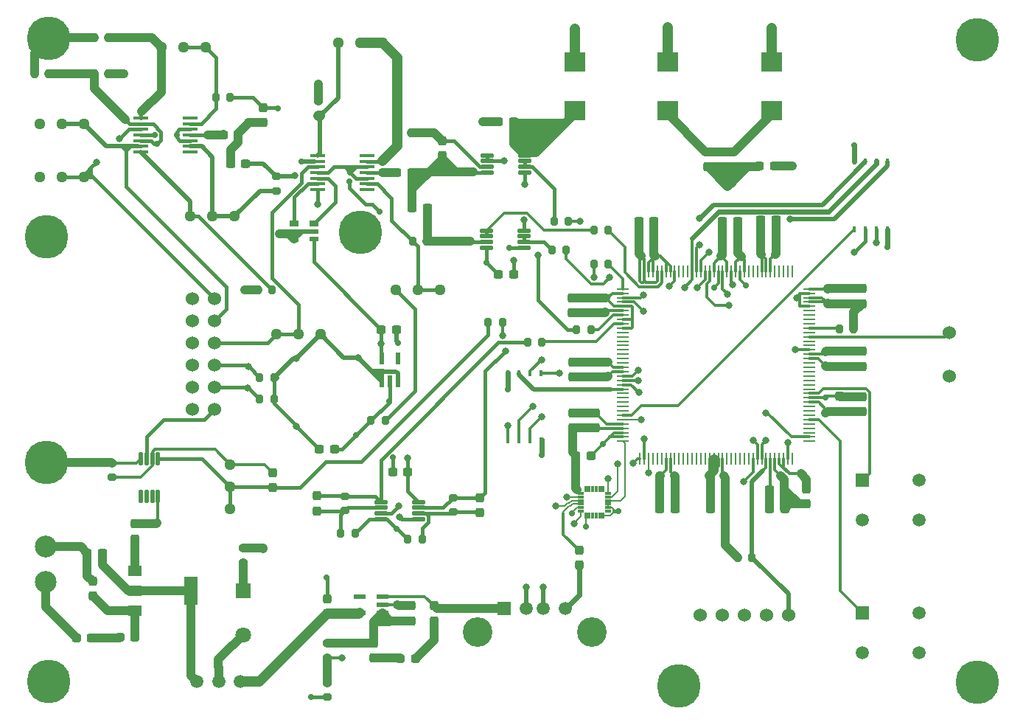
<source format=gbr>
%TF.GenerationSoftware,KiCad,Pcbnew,7.0.7*%
%TF.CreationDate,2024-06-01T18:58:37-04:00*%
%TF.ProjectId,Payload,5061796c-6f61-4642-9e6b-696361645f70,rev?*%
%TF.SameCoordinates,Original*%
%TF.FileFunction,Copper,L1,Top*%
%TF.FilePolarity,Positive*%
%FSLAX46Y46*%
G04 Gerber Fmt 4.6, Leading zero omitted, Abs format (unit mm)*
G04 Created by KiCad (PCBNEW 7.0.7) date 2024-06-01 18:58:37*
%MOMM*%
%LPD*%
G01*
G04 APERTURE LIST*
G04 Aperture macros list*
%AMRoundRect*
0 Rectangle with rounded corners*
0 $1 Rounding radius*
0 $2 $3 $4 $5 $6 $7 $8 $9 X,Y pos of 4 corners*
0 Add a 4 corners polygon primitive as box body*
4,1,4,$2,$3,$4,$5,$6,$7,$8,$9,$2,$3,0*
0 Add four circle primitives for the rounded corners*
1,1,$1+$1,$2,$3*
1,1,$1+$1,$4,$5*
1,1,$1+$1,$6,$7*
1,1,$1+$1,$8,$9*
0 Add four rect primitives between the rounded corners*
20,1,$1+$1,$2,$3,$4,$5,0*
20,1,$1+$1,$4,$5,$6,$7,0*
20,1,$1+$1,$6,$7,$8,$9,0*
20,1,$1+$1,$8,$9,$2,$3,0*%
%AMOutline5P*
0 Free polygon, 5 corners , with rotation*
0 The origin of the aperture is its center*
0 number of corners: always 5*
0 $1 to $10 corner X, Y*
0 $11 Rotation angle, in degrees counterclockwise*
0 create outline with 5 corners*
4,1,5,$1,$2,$3,$4,$5,$6,$7,$8,$9,$10,$1,$2,$11*%
%AMOutline6P*
0 Free polygon, 6 corners , with rotation*
0 The origin of the aperture is its center*
0 number of corners: always 6*
0 $1 to $12 corner X, Y*
0 $13 Rotation angle, in degrees counterclockwise*
0 create outline with 6 corners*
4,1,6,$1,$2,$3,$4,$5,$6,$7,$8,$9,$10,$11,$12,$1,$2,$13*%
%AMOutline7P*
0 Free polygon, 7 corners , with rotation*
0 The origin of the aperture is its center*
0 number of corners: always 7*
0 $1 to $14 corner X, Y*
0 $15 Rotation angle, in degrees counterclockwise*
0 create outline with 7 corners*
4,1,7,$1,$2,$3,$4,$5,$6,$7,$8,$9,$10,$11,$12,$13,$14,$1,$2,$15*%
%AMOutline8P*
0 Free polygon, 8 corners , with rotation*
0 The origin of the aperture is its center*
0 number of corners: always 8*
0 $1 to $16 corner X, Y*
0 $17 Rotation angle, in degrees counterclockwise*
0 create outline with 8 corners*
4,1,8,$1,$2,$3,$4,$5,$6,$7,$8,$9,$10,$11,$12,$13,$14,$15,$16,$1,$2,$17*%
G04 Aperture macros list end*
%TA.AperFunction,SMDPad,CuDef*%
%ADD10RoundRect,0.237500X-0.300000X-0.237500X0.300000X-0.237500X0.300000X0.237500X-0.300000X0.237500X0*%
%TD*%
%TA.AperFunction,ComponentPad*%
%ADD11C,5.000000*%
%TD*%
%TA.AperFunction,ComponentPad*%
%ADD12R,1.508000X1.508000*%
%TD*%
%TA.AperFunction,ComponentPad*%
%ADD13C,1.508000*%
%TD*%
%TA.AperFunction,SMDPad,CuDef*%
%ADD14RoundRect,0.200000X-0.200000X-0.275000X0.200000X-0.275000X0.200000X0.275000X-0.200000X0.275000X0*%
%TD*%
%TA.AperFunction,SMDPad,CuDef*%
%ADD15RoundRect,0.237500X0.237500X-0.300000X0.237500X0.300000X-0.237500X0.300000X-0.237500X-0.300000X0*%
%TD*%
%TA.AperFunction,SMDPad,CuDef*%
%ADD16RoundRect,0.237500X0.237500X-0.287500X0.237500X0.287500X-0.237500X0.287500X-0.237500X-0.287500X0*%
%TD*%
%TA.AperFunction,SMDPad,CuDef*%
%ADD17RoundRect,0.200000X0.275000X-0.200000X0.275000X0.200000X-0.275000X0.200000X-0.275000X-0.200000X0*%
%TD*%
%TA.AperFunction,ComponentPad*%
%ADD18C,1.295400*%
%TD*%
%TA.AperFunction,SMDPad,CuDef*%
%ADD19RoundRect,0.060000X-0.180000X0.675000X-0.180000X-0.675000X0.180000X-0.675000X0.180000X0.675000X0*%
%TD*%
%TA.AperFunction,SMDPad,CuDef*%
%ADD20RoundRect,0.200000X0.200000X0.275000X-0.200000X0.275000X-0.200000X-0.275000X0.200000X-0.275000X0*%
%TD*%
%TA.AperFunction,SMDPad,CuDef*%
%ADD21R,0.431800X0.762000*%
%TD*%
%TA.AperFunction,SMDPad,CuDef*%
%ADD22RoundRect,0.237500X0.300000X0.237500X-0.300000X0.237500X-0.300000X-0.237500X0.300000X-0.237500X0*%
%TD*%
%TA.AperFunction,SMDPad,CuDef*%
%ADD23R,2.449195X2.179396*%
%TD*%
%TA.AperFunction,ComponentPad*%
%ADD24C,3.396000*%
%TD*%
%TA.AperFunction,SMDPad,CuDef*%
%ADD25RoundRect,0.237500X-0.287500X-0.237500X0.287500X-0.237500X0.287500X0.237500X-0.287500X0.237500X0*%
%TD*%
%TA.AperFunction,SMDPad,CuDef*%
%ADD26RoundRect,0.237500X-0.237500X0.300000X-0.237500X-0.300000X0.237500X-0.300000X0.237500X0.300000X0*%
%TD*%
%TA.AperFunction,ComponentPad*%
%ADD27C,1.524000*%
%TD*%
%TA.AperFunction,SMDPad,CuDef*%
%ADD28R,1.600000X1.200000*%
%TD*%
%TA.AperFunction,SMDPad,CuDef*%
%ADD29R,1.600000X3.300000*%
%TD*%
%TA.AperFunction,SMDPad,CuDef*%
%ADD30R,1.320800X0.508000*%
%TD*%
%TA.AperFunction,SMDPad,CuDef*%
%ADD31RoundRect,0.237500X0.287500X0.237500X-0.287500X0.237500X-0.287500X-0.237500X0.287500X-0.237500X0*%
%TD*%
%TA.AperFunction,SMDPad,CuDef*%
%ADD32RoundRect,0.237500X-0.237500X0.287500X-0.237500X-0.287500X0.237500X-0.287500X0.237500X0.287500X0*%
%TD*%
%TA.AperFunction,SMDPad,CuDef*%
%ADD33RoundRect,0.060000X-0.675000X-0.180000X0.675000X-0.180000X0.675000X0.180000X-0.675000X0.180000X0*%
%TD*%
%TA.AperFunction,SMDPad,CuDef*%
%ADD34RoundRect,0.200000X-0.275000X0.200000X-0.275000X-0.200000X0.275000X-0.200000X0.275000X0.200000X0*%
%TD*%
%TA.AperFunction,SMDPad,CuDef*%
%ADD35R,0.508000X1.320800*%
%TD*%
%TA.AperFunction,SMDPad,CuDef*%
%ADD36RoundRect,0.006600X-0.103400X0.313400X-0.103400X-0.313400X0.103400X-0.313400X0.103400X0.313400X0*%
%TD*%
%TA.AperFunction,SMDPad,CuDef*%
%ADD37RoundRect,0.006600X-0.313400X-0.103400X0.313400X-0.103400X0.313400X0.103400X-0.313400X0.103400X0*%
%TD*%
%TA.AperFunction,SMDPad,CuDef*%
%ADD38RoundRect,0.006600X0.103400X-0.313400X0.103400X0.313400X-0.103400X0.313400X-0.103400X-0.313400X0*%
%TD*%
%TA.AperFunction,SMDPad,CuDef*%
%ADD39RoundRect,0.006600X0.313400X0.103400X-0.313400X0.103400X-0.313400X-0.103400X0.313400X-0.103400X0*%
%TD*%
%TA.AperFunction,ComponentPad*%
%ADD40C,2.500000*%
%TD*%
%TA.AperFunction,SMDPad,CuDef*%
%ADD41R,1.676400X0.355600*%
%TD*%
%TA.AperFunction,SMDPad,CuDef*%
%ADD42R,1.030000X0.621000*%
%TD*%
%TA.AperFunction,SMDPad,CuDef*%
%ADD43R,1.040000X0.515500*%
%TD*%
%TA.AperFunction,SMDPad,CuDef*%
%ADD44R,1.040000X0.677750*%
%TD*%
%TA.AperFunction,SMDPad,CuDef*%
%ADD45Outline5P,-0.515000X0.310500X0.266600X0.310500X0.515000X0.062100X0.515000X-0.310500X-0.515000X-0.310500X180.000000*%
%TD*%
%TA.AperFunction,SMDPad,CuDef*%
%ADD46R,1.045750X0.515500*%
%TD*%
%TA.AperFunction,SMDPad,CuDef*%
%ADD47R,0.228600X1.473200*%
%TD*%
%TA.AperFunction,SMDPad,CuDef*%
%ADD48R,1.473200X0.228600*%
%TD*%
%TA.AperFunction,ComponentPad*%
%ADD49R,1.800000X1.800000*%
%TD*%
%TA.AperFunction,ComponentPad*%
%ADD50C,1.800000*%
%TD*%
%TA.AperFunction,ViaPad*%
%ADD51C,0.700000*%
%TD*%
%TA.AperFunction,ViaPad*%
%ADD52C,0.800000*%
%TD*%
%TA.AperFunction,Conductor*%
%ADD53C,1.000000*%
%TD*%
%TA.AperFunction,Conductor*%
%ADD54C,0.150000*%
%TD*%
%TA.AperFunction,Conductor*%
%ADD55C,0.300000*%
%TD*%
%TA.AperFunction,Conductor*%
%ADD56C,0.600000*%
%TD*%
%TA.AperFunction,Conductor*%
%ADD57C,0.400000*%
%TD*%
%TA.AperFunction,Conductor*%
%ADD58C,0.500000*%
%TD*%
%TA.AperFunction,Conductor*%
%ADD59C,1.200000*%
%TD*%
G04 APERTURE END LIST*
D10*
%TO.P,C18,1*%
%TO.N,GND*%
X139537500Y-94800000D03*
%TO.P,C18,2*%
%TO.N,+3.3V*%
X141262500Y-94800000D03*
%TD*%
D11*
%TO.P,H6,1,1*%
%TO.N,GND*%
X99314000Y-65278000D03*
%TD*%
D12*
%TO.P,SW1,1,1*%
%TO.N,Net-(U1A-PD2)*%
X157024000Y-109002000D03*
D13*
%TO.P,SW1,2*%
%TO.N,N/C*%
X163524000Y-109002000D03*
%TO.P,SW1,3*%
X157024000Y-113502000D03*
%TO.P,SW1,4,4*%
%TO.N,+3.3V*%
X163524000Y-113502000D03*
%TD*%
D14*
%TO.P,R6,1*%
%TO.N,ADC12_INP18-SG5.6*%
X124193800Y-76479400D03*
%TO.P,R6,2*%
%TO.N,Net-(U1A-PA4)*%
X125843800Y-76479400D03*
%TD*%
D10*
%TO.P,C2LDO2,1*%
%TO.N,+1V8*%
X101753500Y-76454000D03*
%TO.P,C2LDO2,2*%
%TO.N,GND*%
X103478500Y-76454000D03*
%TD*%
D15*
%TO.P,C19,2*%
%TO.N,+3.3V*%
X157000000Y-78937500D03*
%TO.P,C19,1*%
%TO.N,GND*%
X157000000Y-80662500D03*
%TD*%
D16*
%TO.P,FB1,1*%
%TO.N,Net-(D4-K)*%
X100838000Y-114159000D03*
%TO.P,FB1,2*%
%TO.N,Net-(U9-VIN)*%
X100838000Y-112409000D03*
%TD*%
D14*
%TO.P,R24,1*%
%TO.N,GND*%
X104775500Y-100536000D03*
%TO.P,R24,2*%
%TO.N,Net-(U7-NEGB)*%
X106425500Y-100536000D03*
%TD*%
%TO.P,R16,1*%
%TO.N,GND*%
X61913000Y-47099000D03*
%TO.P,R16,2*%
%TO.N,/circuits_capteurs/IN-*%
X63563000Y-47099000D03*
%TD*%
D17*
%TO.P,R30,1*%
%TO.N,Net-(D2--)*%
X85852000Y-103187000D03*
%TO.P,R30,2*%
%TO.N,GND*%
X85852000Y-101537000D03*
%TD*%
D18*
%TO.P,RV1,3,3*%
%TO.N,Net-(U2-RGA)*%
X76454000Y-44005500D03*
%TO.P,RV1,2,2*%
%TO.N,Net-(U2-VOUTA)*%
X78994000Y-44005500D03*
%TO.P,RV1,1,1*%
X81534000Y-44005500D03*
%TD*%
D19*
%TO.P,U3,8,V+*%
%TO.N,+3.3V*%
X76083000Y-95584000D03*
%TO.P,U3,7,OUTB*%
%TO.N,unconnected-(U3-OUTB-Pad7)*%
X75433000Y-95584000D03*
%TO.P,U3,6,NEGB*%
%TO.N,unconnected-(U3-NEGB-Pad6)*%
X74783000Y-95584000D03*
%TO.P,U3,5,POSB*%
%TO.N,unconnected-(U3-POSB-Pad5)*%
X74133000Y-95584000D03*
%TO.P,U3,4,V-*%
%TO.N,GND*%
X74133000Y-91284000D03*
%TO.P,U3,3,POSA*%
%TO.N,Vibro1*%
X74783000Y-91284000D03*
%TO.P,U3,2,NEGA*%
%TO.N,Net-(U3-NEGA)*%
X75433000Y-91284000D03*
%TO.P,U3,1,OUTA*%
%TO.N,ADC123_INP10-Vibro2*%
X76083000Y-91284000D03*
%TD*%
D15*
%TO.P,C7,1*%
%TO.N,Net-(U7-NEGA)*%
X94350500Y-97236000D03*
%TO.P,C7,2*%
%TO.N,ADC12_INP3-Therm1*%
X94350500Y-95511000D03*
%TD*%
D20*
%TO.P,R14,1*%
%TO.N,+3.3V*%
X70421000Y-47091600D03*
%TO.P,R14,2*%
%TO.N,/circuits_capteurs/IN-*%
X68771000Y-47091600D03*
%TD*%
D21*
%TO.P,U12,1,CS#*%
%TO.N,QUADSPI_BK2_NCS*%
X116306600Y-89192100D03*
%TO.P,U12,2,SO/SIO1*%
%TO.N,QUADSPI_BK2_IO1*%
X117576600Y-89192100D03*
%TO.P,U12,3,WP#/SIO2*%
%TO.N,QUADSPI_BK2_IO2*%
X118846600Y-89192100D03*
%TO.P,U12,4,VSS*%
%TO.N,GND*%
X120116600Y-89192100D03*
%TO.P,U12,5,SI/SIO0*%
%TO.N,QUADSPI_BK2_IO0*%
X120116600Y-81445100D03*
%TO.P,U12,6,SCLK*%
%TO.N,QUADSPI_CLK*%
X118846600Y-81445100D03*
%TO.P,U12,7,HOLD#/SIO3*%
%TO.N,QUADSPI_BK2_IO3*%
X117576600Y-81445100D03*
%TO.P,U12,8,VCC*%
%TO.N,+3.3V*%
X116306600Y-81445100D03*
%TD*%
D11*
%TO.P,H4,1,1*%
%TO.N,GND*%
X170180000Y-116949000D03*
%TD*%
D22*
%TO.P,C42,1*%
%TO.N,+3.3V*%
X104787500Y-92831500D03*
%TO.P,C42,2*%
%TO.N,GND*%
X103062500Y-92831500D03*
%TD*%
D20*
%TO.P,R2,1*%
%TO.N,Net-(U1A-PC0)*%
X115683800Y-75641200D03*
%TO.P,R2,2*%
%TO.N,ADC123_INP10-Vibro2*%
X114033800Y-75641200D03*
%TD*%
D23*
%TO.P,C37,1*%
%TO.N,GND*%
X146583400Y-45745400D03*
%TO.P,C37,2*%
%TO.N,/circuit_alimentation/VFBSMPS*%
X146583400Y-51318388D03*
%TD*%
D15*
%TO.P,C25,1*%
%TO.N,GND*%
X154400000Y-73462500D03*
%TO.P,C25,2*%
%TO.N,+3.3V*%
X154400000Y-71737500D03*
%TD*%
%TO.P,C2LDO1,1*%
%TO.N,Net-(U9-VOUT)*%
X95504000Y-109066500D03*
%TO.P,C2LDO1,2*%
%TO.N,GND*%
X95504000Y-107341500D03*
%TD*%
D14*
%TO.P,R21,1*%
%TO.N,Net-(U6-VOUTA)*%
X103569000Y-53848000D03*
%TO.P,R21,2*%
%TO.N,/circuits_capteurs/Suiveur2*%
X105219000Y-53848000D03*
%TD*%
D11*
%TO.P,H8,1,1*%
%TO.N,GND*%
X63271400Y-91701400D03*
%TD*%
D12*
%TO.P,J1,1,VCC*%
%TO.N,Vusb*%
X115880000Y-108484000D03*
D13*
%TO.P,J1,2,D-*%
%TO.N,USB_D-*%
X118380000Y-108484000D03*
%TO.P,J1,3,D+*%
%TO.N,USB_D+*%
X120380000Y-108484000D03*
%TO.P,J1,4,GND*%
%TO.N,GND*%
X122880000Y-108484000D03*
D24*
%TO.P,J1,S1,SHIELD*%
X112810000Y-111194000D03*
%TO.P,J1,S2,SHIELD__1*%
X125950000Y-111194000D03*
%TD*%
D20*
%TO.P,R15,1*%
%TO.N,Net-(U2-RGA)*%
X70421000Y-42926000D03*
%TO.P,R15,2*%
%TO.N,GND*%
X68771000Y-42926000D03*
%TD*%
D18*
%TO.P,RV7,1,1*%
%TO.N,Net-(U6-VOUTB)*%
X108458000Y-71882000D03*
%TO.P,RV7,2,2*%
X105918000Y-71882000D03*
%TO.P,RV7,3,3*%
%TO.N,Net-(U6-RGB)*%
X103378000Y-71882000D03*
%TD*%
D25*
%TO.P,D4,1,K*%
%TO.N,Net-(D4-K)*%
X103925000Y-114200000D03*
%TO.P,D4,2,A*%
%TO.N,Net-(D4-A)*%
X105675000Y-114200000D03*
%TD*%
D17*
%TO.P,R29,1*%
%TO.N,Net-(U7-NEGA)*%
X97550500Y-97211000D03*
%TO.P,R29,2*%
%TO.N,ADC12_INP3-Therm1*%
X97550500Y-95561000D03*
%TD*%
D26*
%TO.P,C4,1*%
%TO.N,/circuits_capteurs/Suiveur2*%
X108712000Y-54763500D03*
%TO.P,C4,2*%
%TO.N,GND*%
X108712000Y-56488500D03*
%TD*%
D27*
%TO.P,U14,1,1*%
%TO.N,SG1_2*%
X82550000Y-72898000D03*
%TO.P,U14,2,2*%
%TO.N,SG3_4*%
X82550000Y-75438000D03*
%TO.P,U14,3,3*%
%TO.N,SG5_6*%
X82550000Y-77978000D03*
%TO.P,U14,4,4*%
%TO.N,Therm1*%
X82550000Y-80518000D03*
%TO.P,U14,5,5*%
%TO.N,Therm2*%
X82550000Y-83058000D03*
%TO.P,U14,6,6*%
%TO.N,Vibro1*%
X82550000Y-85598000D03*
%TO.P,U14,7,7*%
%TO.N,GND*%
X80010000Y-72898000D03*
%TO.P,U14,8,8*%
X80010000Y-75438000D03*
%TO.P,U14,9,9*%
X80010000Y-77978000D03*
%TO.P,U14,10,10*%
X80010000Y-80518000D03*
%TO.P,U14,11,11*%
X80010000Y-83058000D03*
%TO.P,U14,12,12*%
X80010000Y-85598000D03*
%TD*%
D11*
%TO.P,H3,1,1*%
%TO.N,GND*%
X170180000Y-43180000D03*
%TD*%
D28*
%TO.P,VR1,1,FIXED/ADJ*%
%TO.N,GND*%
X73465000Y-104126000D03*
%TO.P,VR1,2,OUTPUT*%
%TO.N,Net-(VR1-OUTPUT)*%
X73465000Y-106426000D03*
%TO.P,VR1,3,INPUT*%
%TO.N,Net-(D1-K)*%
X73465000Y-108726000D03*
D29*
%TO.P,VR1,4,OUTPUT__1*%
%TO.N,Net-(VR1-OUTPUT)*%
X79865000Y-106426000D03*
%TD*%
D30*
%TO.P,U9,1,VIN*%
%TO.N,Net-(U9-VIN)*%
X101879400Y-108966000D03*
%TO.P,U9,2,GND*%
%TO.N,GND*%
X101879400Y-108015999D03*
%TO.P,U9,3,EN*%
%TO.N,Vusb*%
X101879400Y-107065998D03*
%TO.P,U9,4,NC*%
%TO.N,unconnected-(U9-NC-Pad4)*%
X99288600Y-107065998D03*
%TO.P,U9,5,VOUT*%
%TO.N,Net-(U9-VOUT)*%
X99288600Y-108966000D03*
%TD*%
D18*
%TO.P,RV5,1,1*%
%TO.N,Net-(U6-VOUTA)*%
X101854000Y-43497500D03*
%TO.P,RV5,2,2*%
X99314000Y-43497500D03*
%TO.P,RV5,3,3*%
%TO.N,Net-(U6-RGA)*%
X96774000Y-43497500D03*
%TD*%
D20*
%TO.P,R23,1*%
%TO.N,Net-(U6-RGB)*%
X102208500Y-86868000D03*
%TO.P,R23,2*%
%TO.N,GND*%
X100558500Y-86868000D03*
%TD*%
D26*
%TO.P,C20,1*%
%TO.N,GND*%
X126238000Y-80163500D03*
%TO.P,C20,2*%
%TO.N,+3.3V*%
X126238000Y-81888500D03*
%TD*%
D22*
%TO.P,C5,1*%
%TO.N,/circuits_capteurs/Suiveur3*%
X107034500Y-62517500D03*
%TO.P,C5,2*%
%TO.N,GND*%
X105309500Y-62517500D03*
%TD*%
D20*
%TO.P,R27,1*%
%TO.N,+3.3V*%
X89427000Y-84433500D03*
%TO.P,R27,2*%
%TO.N,Therm2*%
X87777000Y-84433500D03*
%TD*%
D26*
%TO.P,C1,1*%
%TO.N,Net-(U3-NEGA)*%
X89254500Y-92863500D03*
%TO.P,C1,2*%
%TO.N,ADC123_INP10-Vibro2*%
X89254500Y-94588500D03*
%TD*%
D31*
%TO.P,D1,1,K*%
%TO.N,Net-(D1-K)*%
X73475000Y-111760000D03*
%TO.P,D1,2,A*%
%TO.N,Net-(D1-A)*%
X71725000Y-111760000D03*
%TD*%
D32*
%TO.P,F2,1*%
%TO.N,Vusb*%
X107800000Y-108125000D03*
%TO.P,F2,2*%
%TO.N,Net-(D4-A)*%
X107800000Y-109875000D03*
%TD*%
D10*
%TO.P,C29,1*%
%TO.N,GND*%
X139535500Y-97000000D03*
%TO.P,C29,2*%
%TO.N,+3.3V*%
X141260500Y-97000000D03*
%TD*%
D16*
%TO.P,L1,1,1*%
%TO.N,/circuit_alimentation/VLXSMPS*%
X139192000Y-57771000D03*
%TO.P,L1,2,2*%
%TO.N,/circuit_alimentation/VFBSMPS*%
X139192000Y-56021000D03*
%TD*%
D26*
%TO.P,C8,1*%
%TO.N,/circuit_alimentation/Vcap1(68)*%
X126348000Y-86005500D03*
%TO.P,C8,2*%
%TO.N,GND*%
X126348000Y-87730500D03*
%TD*%
D22*
%TO.P,C30,1*%
%TO.N,GND*%
X147062500Y-63868000D03*
%TO.P,C30,2*%
%TO.N,+3.3V*%
X145337500Y-63868000D03*
%TD*%
D10*
%TO.P,C41,1*%
%TO.N,GND*%
X115215500Y-52578000D03*
%TO.P,C41,2*%
%TO.N,+3.3V*%
X116940500Y-52578000D03*
%TD*%
D33*
%TO.P,U7,1,OUTA*%
%TO.N,ADC12_INP3-Therm1*%
X101700500Y-96236000D03*
%TO.P,U7,2,NEGA*%
%TO.N,Net-(U7-NEGA)*%
X101700500Y-96886000D03*
%TO.P,U7,3,POSA*%
%TO.N,Therm1*%
X101700500Y-97536000D03*
%TO.P,U7,4,V-*%
%TO.N,GND*%
X101700500Y-98186000D03*
%TO.P,U7,5,POSB*%
%TO.N,Therm2*%
X106000500Y-98186000D03*
%TO.P,U7,6,NEGB*%
%TO.N,Net-(U7-NEGB)*%
X106000500Y-97536000D03*
%TO.P,U7,7,OUTB*%
%TO.N,ADC1_INP16-Therm2*%
X106000500Y-96886000D03*
%TO.P,U7,8,V+*%
%TO.N,+3.3V*%
X106000500Y-96236000D03*
%TD*%
D22*
%TO.P,C13,1*%
%TO.N,GND*%
X135462500Y-97000000D03*
%TO.P,C13,2*%
%TO.N,+3.3V*%
X133737500Y-97000000D03*
%TD*%
D20*
%TO.P,R5,1*%
%TO.N,Net-(U1A-PC3_C)*%
X127799600Y-65049400D03*
%TO.P,R5,2*%
%TO.N,ADC3_INP1-Vibe1*%
X126149600Y-65049400D03*
%TD*%
D27*
%TO.P,Buzzer1,0,GND_(-)*%
%TO.N,GND*%
X167019874Y-81748000D03*
%TO.P,Buzzer1,1,Vcc_3V_(+)*%
%TO.N,Buzz_on*%
X167019874Y-76748000D03*
%TD*%
D34*
%TO.P,R13,2*%
%TO.N,Net-(U3-NEGA)*%
X70800000Y-93425000D03*
%TO.P,R13,1*%
%TO.N,GND*%
X70800000Y-91775000D03*
%TD*%
D18*
%TO.P,RV4,3,3*%
%TO.N,Net-(U2-RGB)*%
X79820000Y-63423500D03*
%TO.P,RV4,2,2*%
%TO.N,Net-(U2-VOUTB)*%
X82360000Y-63423500D03*
%TO.P,RV4,1,1*%
X84900000Y-63423500D03*
%TD*%
D15*
%TO.P,C21,2*%
%TO.N,+3.3V*%
X154400000Y-84081500D03*
%TO.P,C21,1*%
%TO.N,GND*%
X154400000Y-85806500D03*
%TD*%
D11*
%TO.P,H1,1,1*%
%TO.N,GND*%
X63500000Y-43035000D03*
%TD*%
D26*
%TO.P,C28,1*%
%TO.N,GND*%
X123698000Y-80155500D03*
%TO.P,C28,2*%
%TO.N,+3.3V*%
X123698000Y-81880500D03*
%TD*%
D15*
%TO.P,C22,1*%
%TO.N,GND*%
X150600000Y-96462500D03*
%TO.P,C22,2*%
%TO.N,+3.3V*%
X150600000Y-94737500D03*
%TD*%
D10*
%TO.P,C14,1*%
%TO.N,GND*%
X124105500Y-90932000D03*
%TO.P,C14,2*%
%TO.N,+3.3V*%
X125830500Y-90932000D03*
%TD*%
D26*
%TO.P,C39,1*%
%TO.N,+3.3V*%
X73400000Y-98737500D03*
%TO.P,C39,2*%
%TO.N,GND*%
X73400000Y-100462500D03*
%TD*%
D33*
%TO.P,U5,1,OUTA*%
%TO.N,ADC3_INP1-Vibe1*%
X113837500Y-65065000D03*
%TO.P,U5,2,NEGA*%
X113837500Y-65715000D03*
%TO.P,U5,3,POSA*%
%TO.N,/circuits_capteurs/Suiveur3*%
X113837500Y-66365000D03*
%TO.P,U5,4,V-*%
%TO.N,GND*%
X113837500Y-67015000D03*
%TO.P,U5,5,POSB*%
%TO.N,/circuits_capteurs/Suiveur*%
X118137500Y-67015000D03*
%TO.P,U5,6,NEGB*%
%TO.N,ADC12_INP14-SG1.2*%
X118137500Y-66365000D03*
%TO.P,U5,7,OUTB*%
X118137500Y-65715000D03*
%TO.P,U5,8,V+*%
%TO.N,+3.3V*%
X118137500Y-65065000D03*
%TD*%
D22*
%TO.P,C17,1*%
%TO.N,GND*%
X135482500Y-94800000D03*
%TO.P,C17,2*%
%TO.N,+3.3V*%
X133757500Y-94800000D03*
%TD*%
D14*
%TO.P,R9,1*%
%TO.N,Net-(U1B-BOOT0)*%
X154375000Y-76400000D03*
%TO.P,R9,2*%
%TO.N,GND*%
X156025000Y-76400000D03*
%TD*%
%TO.P,R8,1*%
%TO.N,+3.3V*%
X142685000Y-102616000D03*
%TO.P,R8,2*%
%TO.N,SWDIO*%
X144335000Y-102616000D03*
%TD*%
D21*
%TO.P,U13,1,CS#*%
%TO.N,QUADSPI_BK1_NCS*%
X156083000Y-64935100D03*
%TO.P,U13,2,SO/SIO1*%
%TO.N,QUADSPI_BK1_IO3*%
X157353000Y-64935100D03*
%TO.P,U13,3,WP#/SIO2*%
%TO.N,QUADSPI_BK1_IO2*%
X158623000Y-64935100D03*
%TO.P,U13,4,VSS*%
%TO.N,GND*%
X159893000Y-64935100D03*
%TO.P,U13,5,SI/SIO0*%
%TO.N,QUADSPI_BK1_IO0*%
X159893000Y-57188100D03*
%TO.P,U13,6,SCLK*%
%TO.N,QUADSPI_CLK*%
X158623000Y-57188100D03*
%TO.P,U13,7,HOLD#/SIO3*%
%TO.N,QUADSPI_BK1_IO1*%
X157353000Y-57188100D03*
%TO.P,U13,8,VCC*%
%TO.N,+3.3V*%
X156083000Y-57188100D03*
%TD*%
D26*
%TO.P,C38,1*%
%TO.N,Net-(U11-REGOUT)*%
X124460000Y-101753500D03*
%TO.P,C38,2*%
%TO.N,GND*%
X124460000Y-103478500D03*
%TD*%
D18*
%TO.P,RV6,1,1*%
%TO.N,SG3_4*%
X67564000Y-52832000D03*
%TO.P,RV6,2,2*%
X65024000Y-52832000D03*
%TO.P,RV6,3,3*%
%TO.N,+3.3V*%
X62484000Y-52832000D03*
%TD*%
%TO.P,RV8,1,1*%
%TO.N,SG5_6*%
X89662000Y-76962000D03*
%TO.P,RV8,2,2*%
X92202000Y-76962000D03*
%TO.P,RV8,3,3*%
%TO.N,+3.3V*%
X94742000Y-76962000D03*
%TD*%
D34*
%TO.P,R32,1*%
%TO.N,USB_check*%
X95504000Y-116975000D03*
%TO.P,R32,2*%
%TO.N,GND*%
X95504000Y-118625000D03*
%TD*%
D23*
%TO.P,C34,1*%
%TO.N,+3.3V*%
X123952000Y-51300494D03*
%TO.P,C34,2*%
%TO.N,GND*%
X123952000Y-45727506D03*
%TD*%
%TO.P,C36,1*%
%TO.N,GND*%
X134620000Y-45727506D03*
%TO.P,C36,2*%
%TO.N,/circuit_alimentation/VFBSMPS*%
X134620000Y-51300494D03*
%TD*%
D18*
%TO.P,RV3,1,1*%
%TO.N,SG1_2*%
X67564000Y-58928000D03*
%TO.P,RV3,2,2*%
X65024000Y-58928000D03*
%TO.P,RV3,3,3*%
%TO.N,+3.3V*%
X62484000Y-58928000D03*
%TD*%
D17*
%TO.P,R20,1*%
%TO.N,Net-(U6-RGA)*%
X94488000Y-51879000D03*
%TO.P,R20,2*%
%TO.N,GND*%
X94488000Y-50229000D03*
%TD*%
D22*
%TO.P,C33,1*%
%TO.N,GND*%
X133062500Y-66400000D03*
%TO.P,C33,2*%
%TO.N,+3.3V*%
X131337500Y-66400000D03*
%TD*%
D15*
%TO.P,C31,1*%
%TO.N,GND*%
X157000000Y-73462500D03*
%TO.P,C31,2*%
%TO.N,+3.3V*%
X157000000Y-71737500D03*
%TD*%
D25*
%TO.P,F1,1*%
%TO.N,Net-(F1-Pad1)*%
X66725000Y-111800000D03*
%TO.P,F1,2*%
%TO.N,Net-(D1-A)*%
X68475000Y-111800000D03*
%TD*%
D20*
%TO.P,R3,1*%
%TO.N,Net-(U1A-PA2)*%
X122999000Y-67310000D03*
%TO.P,R3,2*%
%TO.N,ADC12_INP14-SG1.2*%
X121349000Y-67310000D03*
%TD*%
D10*
%TO.P,C16,1*%
%TO.N,/circuit_alimentation/Vcap2(103)*%
X146337500Y-94800000D03*
%TO.P,C16,2*%
%TO.N,GND*%
X148062500Y-94800000D03*
%TD*%
D26*
%TO.P,C2,1*%
%TO.N,/circuits_capteurs/Suiveur*%
X88138000Y-50953500D03*
%TO.P,C2,2*%
%TO.N,GND*%
X88138000Y-52678500D03*
%TD*%
D10*
%TO.P,C23,1*%
%TO.N,/circuit_alimentation/Vcap2(103)*%
X146352000Y-97000000D03*
%TO.P,C23,2*%
%TO.N,GND*%
X148077000Y-97000000D03*
%TD*%
D35*
%TO.P,U10,1,VIN*%
%TO.N,+3.3V*%
X101767599Y-82346800D03*
%TO.P,U10,2,GND*%
%TO.N,GND*%
X102717600Y-82346800D03*
%TO.P,U10,3,EN*%
%TO.N,+3.3V*%
X103667601Y-82346800D03*
%TO.P,U10,4,NC*%
%TO.N,unconnected-(U10-NC-Pad4)*%
X103667601Y-79756000D03*
%TO.P,U10,5,VOUT*%
%TO.N,+1V8*%
X101767599Y-79756000D03*
%TD*%
D36*
%TO.P,U11,1,NC*%
%TO.N,unconnected-(U11-NC-Pad1)*%
X127238000Y-94721000D03*
%TO.P,U11,2,NC__1*%
%TO.N,unconnected-(U11-NC__1-Pad2)*%
X126838000Y-94721000D03*
%TO.P,U11,3,NC__2*%
%TO.N,unconnected-(U11-NC__2-Pad3)*%
X126438000Y-94721000D03*
%TO.P,U11,4,NC__3*%
%TO.N,unconnected-(U11-NC__3-Pad4)*%
X126038000Y-94721000D03*
%TO.P,U11,5,NC__4*%
%TO.N,unconnected-(U11-NC__4-Pad5)*%
X125638000Y-94721000D03*
%TO.P,U11,6,NC__5*%
%TO.N,unconnected-(U11-NC__5-Pad6)*%
X125238000Y-94721000D03*
D37*
%TO.P,U11,7,AUX_CL*%
%TO.N,GND*%
X124693000Y-95266000D03*
%TO.P,U11,8,VDDIO*%
%TO.N,+1V8*%
X124693000Y-95666000D03*
%TO.P,U11,9,AD0/SDO*%
%TO.N,MISO*%
X124693000Y-96066000D03*
%TO.P,U11,10,REGOUT*%
%TO.N,Net-(U11-REGOUT)*%
X124693000Y-96466000D03*
%TO.P,U11,11,FSYNC*%
%TO.N,GND*%
X124693000Y-96866000D03*
%TO.P,U11,12,INT1*%
%TO.N,InteruptionMPU*%
X124693000Y-97266000D03*
D38*
%TO.P,U11,13,VDD*%
%TO.N,+3.3V*%
X125238000Y-97811000D03*
%TO.P,U11,14,NC__6*%
%TO.N,unconnected-(U11-NC__6-Pad14)*%
X125638000Y-97811000D03*
%TO.P,U11,15,NC__7*%
%TO.N,unconnected-(U11-NC__7-Pad15)*%
X126038000Y-97811000D03*
%TO.P,U11,16,NC__8*%
%TO.N,unconnected-(U11-NC__8-Pad16)*%
X126438000Y-97811000D03*
%TO.P,U11,17,NC__9*%
%TO.N,unconnected-(U11-NC__9-Pad17)*%
X126838000Y-97811000D03*
%TO.P,U11,18,GND*%
%TO.N,GND*%
X127238000Y-97811000D03*
D39*
%TO.P,U11,19,RESV_19*%
%TO.N,unconnected-(U11-RESV_19-Pad19)*%
X127783000Y-97266000D03*
%TO.P,U11,20,RESV_20*%
%TO.N,GND*%
X127783000Y-96866000D03*
%TO.P,U11,21,AUX_DA*%
X127783000Y-96466000D03*
%TO.P,U11,22,~{CS}*%
%TO.N,NSS*%
X127783000Y-96066000D03*
%TO.P,U11,23,SCL/SCLK*%
%TO.N,SCK*%
X127783000Y-95666000D03*
%TO.P,U11,24,SDA/SDI*%
%TO.N,MOSI*%
X127783000Y-95266000D03*
%TD*%
D40*
%TO.P,bornier1,1,1*%
%TO.N,GND*%
X63222000Y-101378000D03*
%TO.P,bornier1,2,2*%
%TO.N,Net-(F1-Pad1)*%
X63222000Y-105378000D03*
%TD*%
D10*
%TO.P,C1LDO2,1*%
%TO.N,+3.3V*%
X94641500Y-90170000D03*
%TO.P,C1LDO2,2*%
%TO.N,GND*%
X96366500Y-90170000D03*
%TD*%
D14*
%TO.P,R22,1*%
%TO.N,Net-(U6-VOUTB)*%
X105347000Y-66294000D03*
%TO.P,R22,2*%
%TO.N,/circuits_capteurs/Suiveur3*%
X106997000Y-66294000D03*
%TD*%
D41*
%TO.P,U2,1,RGA*%
%TO.N,Net-(U2-RGA)*%
X74142600Y-52151999D03*
%TO.P,U2,2,VIN-A*%
%TO.N,/circuits_capteurs/IN-*%
X74142600Y-52802000D03*
%TO.P,U2,3,VIN+A*%
%TO.N,SG1_2*%
X74142600Y-53452001D03*
%TO.P,U2,4,V-*%
%TO.N,GND*%
X74142600Y-54102000D03*
%TO.P,U2,5,VIN+B*%
%TO.N,/circuits_capteurs/IN-*%
X74142600Y-54751999D03*
%TO.P,U2,6,VIN-B*%
%TO.N,SG3_4*%
X74142600Y-55402000D03*
%TO.P,U2,7,RGB*%
%TO.N,Net-(U2-RGB)*%
X74142600Y-56051999D03*
%TO.P,U2,8,SHUTDOWNB*%
%TO.N,unconnected-(U2-SHUTDOWNB-Pad8)*%
X79781400Y-56052001D03*
%TO.P,U2,9,VOUTB*%
%TO.N,Net-(U2-VOUTB)*%
X79781400Y-55402000D03*
%TO.P,U2,10,REFB*%
%TO.N,GND*%
X79781400Y-54752001D03*
%TO.P,U2,11,V+*%
%TO.N,+3.3V*%
X79781400Y-54102000D03*
%TO.P,U2,12,REFA*%
%TO.N,GND*%
X79781400Y-53452001D03*
%TO.P,U2,13,VOUTA*%
%TO.N,Net-(U2-VOUTA)*%
X79781400Y-52802000D03*
%TO.P,U2,14,SHUTDOWNA*%
%TO.N,unconnected-(U2-SHUTDOWNA-Pad14)*%
X79781400Y-52152001D03*
%TD*%
D14*
%TO.P,R1,1*%
%TO.N,ADC1_INP16-Therm2*%
X126149600Y-68884800D03*
%TO.P,R1,2*%
%TO.N,Net-(U1A-PA0)*%
X127799600Y-68884800D03*
%TD*%
D22*
%TO.P,C32,1*%
%TO.N,GND*%
X133062500Y-64000000D03*
%TO.P,C32,2*%
%TO.N,+3.3V*%
X131337500Y-64000000D03*
%TD*%
D15*
%TO.P,C10,2*%
%TO.N,+3.3V*%
X154400000Y-78937500D03*
%TO.P,C10,1*%
%TO.N,GND*%
X154400000Y-80662500D03*
%TD*%
D11*
%TO.P,H2,1,1*%
%TO.N,GND*%
X63500000Y-116840000D03*
%TD*%
D15*
%TO.P,C1LDO3,1*%
%TO.N,Net-(D1-K)*%
X68580000Y-107034500D03*
%TO.P,C1LDO3,2*%
%TO.N,GND*%
X68580000Y-105309500D03*
%TD*%
D13*
%TO.P,S1,1*%
%TO.N,Net-(VR1-OUTPUT)*%
X80558000Y-116840000D03*
%TO.P,S1,2*%
%TO.N,+3.3V*%
X83058000Y-116840000D03*
%TO.P,S1,3*%
%TO.N,Net-(U9-VOUT)*%
X85558000Y-116840000D03*
%TD*%
D22*
%TO.P,C2LDO3,1*%
%TO.N,Net-(VR1-OUTPUT)*%
X69696500Y-102108000D03*
%TO.P,C2LDO3,2*%
%TO.N,GND*%
X67971500Y-102108000D03*
%TD*%
D17*
%TO.P,R25,1*%
%TO.N,Net-(U7-NEGB)*%
X109983000Y-97386000D03*
%TO.P,R25,2*%
%TO.N,ADC1_INP16-Therm2*%
X109983000Y-95736000D03*
%TD*%
D42*
%TO.P,Vibe1,1,VDD*%
%TO.N,+1V8*%
X93980000Y-66040000D03*
D43*
%TO.P,Vibe1,2,GND*%
%TO.N,GND*%
X93975000Y-65158250D03*
D44*
%TO.P,Vibe1,3,Out+*%
%TO.N,/circuits_capteurs/out+*%
X93985000Y-64249375D03*
D45*
%TO.P,Vibe1,4,GND*%
%TO.N,GND*%
X91765000Y-66040500D03*
D46*
%TO.P,Vibe1,5,GND*%
X91765000Y-65160500D03*
D44*
%TO.P,Vibe1,6,Out-*%
%TO.N,/circuits_capteurs/out-*%
X91765000Y-64250500D03*
%TD*%
D26*
%TO.P,C26,1*%
%TO.N,GND*%
X126161800Y-72772100D03*
%TO.P,C26,2*%
%TO.N,+3.3V*%
X126161800Y-74497100D03*
%TD*%
D14*
%TO.P,R7,1*%
%TO.N,ADC12_INP3-Therm1*%
X118529600Y-77927200D03*
%TO.P,R7,2*%
%TO.N,Net-(U1A-PA6)*%
X120179600Y-77927200D03*
%TD*%
D22*
%TO.P,C40,1*%
%TO.N,+3.3V*%
X116940500Y-70104000D03*
%TO.P,C40,2*%
%TO.N,GND*%
X115215500Y-70104000D03*
%TD*%
D10*
%TO.P,C35,1*%
%TO.N,/circuit_alimentation/VLXSMPS*%
X145187500Y-57658000D03*
%TO.P,C35,2*%
%TO.N,GND*%
X146912500Y-57658000D03*
%TD*%
D22*
%TO.P,C11,1*%
%TO.N,GND*%
X147062500Y-66200000D03*
%TO.P,C11,2*%
%TO.N,+3.3V*%
X145337500Y-66200000D03*
%TD*%
D26*
%TO.P,C12,1*%
%TO.N,GND*%
X123621800Y-72772100D03*
%TO.P,C12,2*%
%TO.N,+3.3V*%
X123621800Y-74497100D03*
%TD*%
D14*
%TO.P,R17,1*%
%TO.N,Net-(U2-VOUTA)*%
X82741000Y-49784000D03*
%TO.P,R17,2*%
%TO.N,/circuits_capteurs/Suiveur*%
X84391000Y-49784000D03*
%TD*%
D34*
%TO.P,R31,1*%
%TO.N,Net-(U9-VIN)*%
X95504000Y-112459000D03*
%TO.P,R31,2*%
%TO.N,USB_check*%
X95504000Y-114109000D03*
%TD*%
D15*
%TO.P,C27,1*%
%TO.N,GND*%
X157000000Y-85862500D03*
%TO.P,C27,2*%
%TO.N,+3.3V*%
X157000000Y-84137500D03*
%TD*%
D22*
%TO.P,C3,1*%
%TO.N,/circuits_capteurs/Suiveur1*%
X86155700Y-57404000D03*
%TO.P,C3,2*%
%TO.N,GND*%
X84430700Y-57404000D03*
%TD*%
D20*
%TO.P,R26,1*%
%TO.N,+3.3V*%
X89427000Y-81933500D03*
%TO.P,R26,2*%
%TO.N,Therm1*%
X87777000Y-81933500D03*
%TD*%
D10*
%TO.P,C44,1*%
%TO.N,+3.3V*%
X83567100Y-54102000D03*
%TO.P,C44,2*%
%TO.N,GND*%
X85292100Y-54102000D03*
%TD*%
%TO.P,C43,1*%
%TO.N,+3.3V*%
X103531500Y-58420000D03*
%TO.P,C43,2*%
%TO.N,GND*%
X105256500Y-58420000D03*
%TD*%
D20*
%TO.P,R4,1*%
%TO.N,Net-(U1A-PA3)*%
X123253000Y-64008000D03*
%TO.P,R4,2*%
%TO.N,ADC12_INP15-SG3.4*%
X121603000Y-64008000D03*
%TD*%
%TO.P,R28,1*%
%TO.N,GND*%
X98725500Y-99836000D03*
%TO.P,R28,2*%
%TO.N,Net-(U7-NEGA)*%
X97075500Y-99836000D03*
%TD*%
D11*
%TO.P,H5,1,1*%
%TO.N,GND*%
X63246000Y-65786000D03*
%TD*%
D22*
%TO.P,C9,1*%
%TO.N,GND*%
X142662500Y-66200000D03*
%TO.P,C9,2*%
%TO.N,+3.3V*%
X140937500Y-66200000D03*
%TD*%
D18*
%TO.P,RV2,3,3*%
%TO.N,ADC123_INP10-Vibro2*%
X84391500Y-97028000D03*
%TO.P,RV2,2,2*%
X84391500Y-94488000D03*
%TO.P,RV2,1,1*%
%TO.N,Net-(U3-NEGA)*%
X84391500Y-91948000D03*
%TD*%
D41*
%TO.P,U6,1,RGA*%
%TO.N,Net-(U6-RGA)*%
X94462600Y-56469999D03*
%TO.P,U6,2,VIN-A*%
%TO.N,/circuits_capteurs/IN-*%
X94462600Y-57120000D03*
%TO.P,U6,3,VIN+A*%
%TO.N,SG5_6*%
X94462600Y-57770001D03*
%TO.P,U6,4,V-*%
%TO.N,GND*%
X94462600Y-58420000D03*
%TO.P,U6,5,VIN+B*%
%TO.N,/circuits_capteurs/out+*%
X94462600Y-59069999D03*
%TO.P,U6,6,VIN-B*%
%TO.N,/circuits_capteurs/out-*%
X94462600Y-59720000D03*
%TO.P,U6,7,RGB*%
%TO.N,Net-(U6-RGB)*%
X94462600Y-60369999D03*
%TO.P,U6,8,SHUTDOWNB*%
%TO.N,unconnected-(U6-SHUTDOWNB-Pad8)*%
X100101400Y-60370001D03*
%TO.P,U6,9,VOUTB*%
%TO.N,Net-(U6-VOUTB)*%
X100101400Y-59720000D03*
%TO.P,U6,10,REFB*%
%TO.N,GND*%
X100101400Y-59070001D03*
%TO.P,U6,11,V+*%
%TO.N,+3.3V*%
X100101400Y-58420000D03*
%TO.P,U6,12,REFA*%
%TO.N,GND*%
X100101400Y-57770001D03*
%TO.P,U6,13,VOUTA*%
%TO.N,Net-(U6-VOUTA)*%
X100101400Y-57120000D03*
%TO.P,U6,14,SHUTDOWNA*%
%TO.N,unconnected-(U6-SHUTDOWNA-Pad14)*%
X100101400Y-56470001D03*
%TD*%
D15*
%TO.P,C1LDO1,1*%
%TO.N,Net-(U9-VIN)*%
X105200000Y-109862500D03*
%TO.P,C1LDO1,2*%
%TO.N,GND*%
X105200000Y-108137500D03*
%TD*%
D22*
%TO.P,C24,1*%
%TO.N,GND*%
X142662500Y-64000000D03*
%TO.P,C24,2*%
%TO.N,+3.3V*%
X140937500Y-64000000D03*
%TD*%
D15*
%TO.P,C6,1*%
%TO.N,Net-(U7-NEGB)*%
X113083000Y-97473500D03*
%TO.P,C6,2*%
%TO.N,ADC1_INP16-Therm2*%
X113083000Y-95748500D03*
%TD*%
D47*
%TO.P,U1,1,PE2*%
%TO.N,unconnected-(U1B-PE2-Pad1)*%
X148958000Y-69799200D03*
%TO.P,U1,2,PE3*%
%TO.N,unconnected-(U1B-PE3-Pad2)*%
X148458001Y-69799200D03*
%TO.P,U1,3,PE4*%
%TO.N,unconnected-(U1B-PE4-Pad3)*%
X147958000Y-69799200D03*
%TO.P,U1,4,PE5*%
%TO.N,unconnected-(U1B-PE5-Pad4)*%
X147458001Y-69799200D03*
%TO.P,U1,5,PE6*%
%TO.N,unconnected-(U1B-PE6-Pad5)*%
X146957999Y-69799200D03*
%TO.P,U1,6,VSS*%
%TO.N,GND*%
X146458000Y-69799200D03*
%TO.P,U1,7,VDD*%
%TO.N,+3.3V*%
X145958001Y-69799200D03*
%TO.P,U1,8,VBAT*%
X145458000Y-69799200D03*
%TO.P,U1,9,PC13*%
%TO.N,unconnected-(U1A-PC13-Pad9)*%
X144958001Y-69799200D03*
%TO.P,U1,10,PC14-OSC32_IN*%
%TO.N,unconnected-(U1A-PC14-OSC32_IN-Pad10)*%
X144457999Y-69799200D03*
%TO.P,U1,11,PC15-OSC32_OUT*%
%TO.N,unconnected-(U1A-PC15-OSC32_OUT-Pad11)*%
X143958000Y-69799200D03*
%TO.P,U1,12,VSS*%
%TO.N,GND*%
X143458001Y-69799200D03*
%TO.P,U1,13,VDD*%
%TO.N,+3.3V*%
X142958000Y-69799200D03*
%TO.P,U1,14,VSSSMPS*%
%TO.N,GND*%
X142458001Y-69799200D03*
%TO.P,U1,15,VLXSMPS*%
%TO.N,/circuit_alimentation/VLXSMPS*%
X141957999Y-69799200D03*
%TO.P,U1,16,VDDSMPS*%
%TO.N,+3.3V*%
X141458000Y-69799200D03*
%TO.P,U1,17,VFBSMPS*%
%TO.N,/circuit_alimentation/VFBSMPS*%
X140958001Y-69799200D03*
%TO.P,U1,18,VSS*%
%TO.N,GND*%
X140458000Y-69799200D03*
%TO.P,U1,19,VDD*%
%TO.N,+3.3V*%
X139958000Y-69799200D03*
%TO.P,U1,20,PF6*%
%TO.N,QUADSPI_BK1_IO3*%
X139458002Y-69799200D03*
%TO.P,U1,21,PF7*%
%TO.N,QUADSPI_BK1_IO2*%
X138958000Y-69799200D03*
%TO.P,U1,22,PF8*%
%TO.N,QUADSPI_BK1_IO0*%
X138458001Y-69799200D03*
%TO.P,U1,23,PF9*%
%TO.N,QUADSPI_BK1_IO1*%
X137957999Y-69799200D03*
%TO.P,U1,24,PF10*%
%TO.N,QUADSPI_CLK*%
X137458000Y-69799200D03*
%TO.P,U1,25,PH0-OSC_IN*%
%TO.N,unconnected-(U1B-PH0-OSC_IN-Pad25)*%
X136958001Y-69799200D03*
%TO.P,U1,26,PH1-OSC_OUT*%
%TO.N,unconnected-(U1B-PH1-OSC_OUT-Pad26)*%
X136458000Y-69799200D03*
%TO.P,U1,27,NRST*%
%TO.N,unconnected-(U1B-NRST-Pad27)*%
X135958001Y-69799200D03*
%TO.P,U1,28,PC0*%
%TO.N,Net-(U1A-PC0)*%
X135457999Y-69799200D03*
%TO.P,U1,29,PC1*%
%TO.N,GND*%
X134958000Y-69799200D03*
%TO.P,U1,30,PC2_C*%
X134458001Y-69799200D03*
%TO.P,U1,31,PC3_C*%
%TO.N,Net-(U1A-PC3_C)*%
X133958000Y-69799200D03*
%TO.P,U1,32,VDD*%
%TO.N,+3.3V*%
X133458001Y-69799200D03*
%TO.P,U1,33,VSS*%
%TO.N,GND*%
X132957999Y-69799200D03*
%TO.P,U1,34,VSSA*%
X132458000Y-69799200D03*
%TO.P,U1,35,VREF+*%
%TO.N,+3.3V*%
X131958001Y-69799200D03*
%TO.P,U1,36,VDDA*%
X131458000Y-69799200D03*
D48*
%TO.P,U1,37,PA0*%
%TO.N,Net-(U1A-PA0)*%
X129489200Y-71768000D03*
%TO.P,U1,38,PA1*%
%TO.N,GND*%
X129489200Y-72267999D03*
%TO.P,U1,39,PA2*%
%TO.N,Net-(U1A-PA2)*%
X129489200Y-72768000D03*
%TO.P,U1,40,PA3*%
%TO.N,Net-(U1A-PA3)*%
X129489200Y-73267999D03*
%TO.P,U1,41,VSS*%
%TO.N,GND*%
X129489200Y-73768001D03*
%TO.P,U1,42,VDD*%
%TO.N,+3.3V*%
X129489200Y-74268000D03*
%TO.P,U1,43,PA4*%
%TO.N,Net-(U1A-PA4)*%
X129489200Y-74767999D03*
%TO.P,U1,44,PA5*%
%TO.N,GND*%
X129489200Y-75268000D03*
%TO.P,U1,45,PA6*%
%TO.N,Net-(U1A-PA6)*%
X129489200Y-75767999D03*
%TO.P,U1,46,PA7*%
%TO.N,GND*%
X129489200Y-76268001D03*
%TO.P,U1,47,PC4*%
%TO.N,unconnected-(U1A-PC4-Pad47)*%
X129489200Y-76768000D03*
%TO.P,U1,48,PC5*%
%TO.N,unconnected-(U1A-PC5-Pad48)*%
X129489200Y-77267999D03*
%TO.P,U1,49,PB0*%
%TO.N,unconnected-(U1A-PB0-Pad49)*%
X129489200Y-77768000D03*
%TO.P,U1,50,PB1*%
%TO.N,unconnected-(U1A-PB1-Pad50)*%
X129489200Y-78267999D03*
%TO.P,U1,51,PB2*%
%TO.N,unconnected-(U1A-PB2-Pad51)*%
X129489200Y-78768001D03*
%TO.P,U1,52,PF11*%
%TO.N,unconnected-(U1B-PF11-Pad52)*%
X129489200Y-79268000D03*
%TO.P,U1,53,PF14*%
%TO.N,unconnected-(U1B-PF14-Pad53)*%
X129489200Y-79767999D03*
%TO.P,U1,54,PF15*%
%TO.N,unconnected-(U1B-PF15-Pad54)*%
X129489200Y-80268000D03*
%TO.P,U1,55,VSS*%
%TO.N,GND*%
X129489200Y-80768000D03*
%TO.P,U1,56,VDD*%
%TO.N,+3.3V*%
X129489200Y-81268001D03*
%TO.P,U1,57,PE7*%
%TO.N,QUADSPI_BK2_IO0*%
X129489200Y-81768000D03*
%TO.P,U1,58,PE8*%
%TO.N,QUADSPI_BK2_IO1*%
X129489200Y-82267999D03*
%TO.P,U1,59,PE9*%
%TO.N,QUADSPI_BK2_IO2*%
X129489200Y-82768001D03*
%TO.P,U1,60,PE10*%
%TO.N,QUADSPI_BK2_IO3*%
X129489200Y-83268000D03*
%TO.P,U1,61,PE11*%
%TO.N,unconnected-(U1B-PE11-Pad61)*%
X129489200Y-83768001D03*
%TO.P,U1,62,PE12*%
%TO.N,unconnected-(U1B-PE12-Pad62)*%
X129489200Y-84268000D03*
%TO.P,U1,63,PE13*%
%TO.N,unconnected-(U1B-PE13-Pad63)*%
X129489200Y-84767999D03*
%TO.P,U1,64,PE14*%
%TO.N,unconnected-(U1B-PE14-Pad64)*%
X129489200Y-85268001D03*
%TO.P,U1,65,PE15*%
%TO.N,unconnected-(U1B-PE15-Pad65)*%
X129489200Y-85768000D03*
%TO.P,U1,66,PB10*%
%TO.N,QUADSPI_BK1_NCS*%
X129489200Y-86268001D03*
%TO.P,U1,67,PB11*%
%TO.N,InteruptionMPU*%
X129489200Y-86768000D03*
%TO.P,U1,68,VCAP*%
%TO.N,/circuit_alimentation/Vcap1(68)*%
X129489200Y-87267999D03*
%TO.P,U1,69,VSS*%
%TO.N,GND*%
X129489200Y-87768001D03*
%TO.P,U1,70,VDDLDO*%
%TO.N,+3.3V*%
X129489200Y-88268000D03*
%TO.P,U1,71,VDD*%
X129489200Y-88768001D03*
%TO.P,U1,72,PB12*%
%TO.N,NSS*%
X129489200Y-89268000D03*
D47*
%TO.P,U1,73,PB13*%
%TO.N,SCK*%
X131458000Y-91236800D03*
%TO.P,U1,74,PB14*%
%TO.N,MISO*%
X131957999Y-91236800D03*
%TO.P,U1,75,PB15*%
%TO.N,MOSI*%
X132458000Y-91236800D03*
%TO.P,U1,76,PD8*%
%TO.N,unconnected-(U1A-PD8-Pad76)*%
X132957999Y-91236800D03*
%TO.P,U1,77,PD9*%
%TO.N,unconnected-(U1A-PD9-Pad77)*%
X133458001Y-91236800D03*
%TO.P,U1,78,PD10*%
%TO.N,unconnected-(U1A-PD10-Pad78)*%
X133958000Y-91236800D03*
%TO.P,U1,79,VDD*%
%TO.N,+3.3V*%
X134457999Y-91236800D03*
%TO.P,U1,80,VSS*%
%TO.N,GND*%
X134958000Y-91236800D03*
%TO.P,U1,81,PD11*%
%TO.N,unconnected-(U1A-PD11-Pad81)*%
X135457999Y-91236800D03*
%TO.P,U1,82,PD12*%
%TO.N,unconnected-(U1A-PD12-Pad82)*%
X135958001Y-91236800D03*
%TO.P,U1,83,PD13*%
%TO.N,unconnected-(U1A-PD13-Pad83)*%
X136458000Y-91236800D03*
%TO.P,U1,84,PD14*%
%TO.N,unconnected-(U1A-PD14-Pad84)*%
X136957999Y-91236800D03*
%TO.P,U1,85,PD15*%
%TO.N,unconnected-(U1A-PD15-Pad85)*%
X137458000Y-91236800D03*
%TO.P,U1,86,PG6*%
%TO.N,unconnected-(U1B-PG6-Pad86)*%
X137957999Y-91236800D03*
%TO.P,U1,87,PG7*%
%TO.N,unconnected-(U1B-PG7-Pad87)*%
X138458001Y-91236800D03*
%TO.P,U1,88,PG8*%
%TO.N,unconnected-(U1B-PG8-Pad88)*%
X138958000Y-91236800D03*
%TO.P,U1,89,VSS*%
%TO.N,GND*%
X139457999Y-91236800D03*
%TO.P,U1,90,VDD50USB*%
X139958000Y-91236800D03*
%TO.P,U1,91,VDD33USB*%
X140458000Y-91236800D03*
%TO.P,U1,92,VDD*%
%TO.N,+3.3V*%
X140958001Y-91236800D03*
%TO.P,U1,93,PC6*%
%TO.N,unconnected-(U1A-PC6-Pad93)*%
X141458000Y-91236800D03*
%TO.P,U1,94,PC7*%
%TO.N,unconnected-(U1A-PC7-Pad94)*%
X141957999Y-91236800D03*
%TO.P,U1,95,PC8*%
%TO.N,unconnected-(U1A-PC8-Pad95)*%
X142458001Y-91236800D03*
%TO.P,U1,96,PC9*%
%TO.N,unconnected-(U1A-PC9-Pad96)*%
X142958000Y-91236800D03*
%TO.P,U1,97,PA8*%
%TO.N,unconnected-(U1A-PA8-Pad97)*%
X143458001Y-91236800D03*
%TO.P,U1,98,PA9*%
%TO.N,unconnected-(U1A-PA9-Pad98)*%
X143958000Y-91236800D03*
%TO.P,U1,99,PA10*%
%TO.N,USB_check*%
X144457999Y-91236800D03*
%TO.P,U1,100,PA11*%
%TO.N,USB_D-*%
X144958001Y-91236800D03*
%TO.P,U1,101,PA12*%
%TO.N,USB_D+*%
X145458000Y-91236800D03*
%TO.P,U1,102,PA13*%
%TO.N,SWDIO*%
X145958001Y-91236800D03*
%TO.P,U1,103,VCAP*%
%TO.N,/circuit_alimentation/Vcap2(103)*%
X146458000Y-91236800D03*
%TO.P,U1,104,VSS*%
%TO.N,GND*%
X146957999Y-91236800D03*
%TO.P,U1,105,VDDLDO*%
%TO.N,+3.3V*%
X147458001Y-91236800D03*
%TO.P,U1,106,VDD*%
X147958000Y-91236800D03*
%TO.P,U1,107,PA14*%
%TO.N,SWCLK*%
X148458001Y-91236800D03*
%TO.P,U1,108,PA15*%
%TO.N,unconnected-(U1A-PA15-Pad108)*%
X148958000Y-91236800D03*
D48*
%TO.P,U1,109,PC10*%
%TO.N,unconnected-(U1A-PC10-Pad109)*%
X150926800Y-89268000D03*
%TO.P,U1,110,PC11*%
%TO.N,QUADSPI_BK2_NCS*%
X150926800Y-88768001D03*
%TO.P,U1,111,PC12*%
%TO.N,unconnected-(U1A-PC12-Pad111)*%
X150926800Y-88268000D03*
%TO.P,U1,112,PD0*%
%TO.N,unconnected-(U1A-PD0-Pad112)*%
X150926800Y-87768001D03*
%TO.P,U1,113,PD1*%
%TO.N,unconnected-(U1A-PD1-Pad113)*%
X150926800Y-87267999D03*
%TO.P,U1,114,PD2*%
%TO.N,Net-(U1A-PD2)*%
X150926800Y-86768000D03*
%TO.P,U1,115,PD3*%
%TO.N,unconnected-(U1A-PD3-Pad115)*%
X150926800Y-86268001D03*
%TO.P,U1,116,PD4*%
%TO.N,unconnected-(U1A-PD4-Pad116)*%
X150926800Y-85768000D03*
%TO.P,U1,117,PD5*%
%TO.N,unconnected-(U1A-PD5-Pad117)*%
X150926800Y-85268001D03*
%TO.P,U1,118,VSS*%
%TO.N,GND*%
X150926800Y-84767999D03*
%TO.P,U1,119,VDD*%
%TO.N,+3.3V*%
X150926800Y-84268000D03*
%TO.P,U1,120,PD6*%
%TO.N,Net-(U1A-PD6)*%
X150926800Y-83768001D03*
%TO.P,U1,121,PD7*%
%TO.N,unconnected-(U1A-PD7-Pad121)*%
X150926800Y-83268000D03*
%TO.P,U1,122,PG9*%
%TO.N,unconnected-(U1B-PG9-Pad122)*%
X150926800Y-82768001D03*
%TO.P,U1,123,PG10*%
%TO.N,unconnected-(U1B-PG10-Pad123)*%
X150926800Y-82267999D03*
%TO.P,U1,124,PG11*%
%TO.N,unconnected-(U1B-PG11-Pad124)*%
X150926800Y-81768000D03*
%TO.P,U1,125,PG12*%
%TO.N,unconnected-(U1B-PG12-Pad125)*%
X150926800Y-81268001D03*
%TO.P,U1,126,PG13*%
%TO.N,unconnected-(U1B-PG13-Pad126)*%
X150926800Y-80768000D03*
%TO.P,U1,127,PG14*%
%TO.N,unconnected-(U1B-PG14-Pad127)*%
X150926800Y-80268000D03*
%TO.P,U1,128,VSS*%
%TO.N,GND*%
X150926800Y-79767999D03*
%TO.P,U1,129,VDD*%
%TO.N,+3.3V*%
X150926800Y-79268000D03*
%TO.P,U1,130,PB3*%
%TO.N,SWO*%
X150926800Y-78768001D03*
%TO.P,U1,131,PB4*%
%TO.N,unconnected-(U1A-PB4-Pad131)*%
X150926800Y-78267999D03*
%TO.P,U1,132,PB5*%
%TO.N,unconnected-(U1A-PB5-Pad132)*%
X150926800Y-77768000D03*
%TO.P,U1,133,PB6*%
%TO.N,Buzz_on*%
X150926800Y-77267999D03*
%TO.P,U1,134,PB7*%
%TO.N,unconnected-(U1A-PB7-Pad134)*%
X150926800Y-76768000D03*
%TO.P,U1,135,BOOT0*%
%TO.N,Net-(U1B-BOOT0)*%
X150926800Y-76268001D03*
%TO.P,U1,136,PB8*%
%TO.N,unconnected-(U1A-PB8-Pad136)*%
X150926800Y-75767999D03*
%TO.P,U1,137,PB9*%
%TO.N,unconnected-(U1A-PB9-Pad137)*%
X150926800Y-75268000D03*
%TO.P,U1,138,PE0*%
%TO.N,unconnected-(U1B-PE0-Pad138)*%
X150926800Y-74767999D03*
%TO.P,U1,139,PE1*%
%TO.N,unconnected-(U1B-PE1-Pad139)*%
X150926800Y-74268000D03*
%TO.P,U1,140,VCAP*%
%TO.N,/circuit_alimentation/VFBSMPS*%
X150926800Y-73768001D03*
%TO.P,U1,141,VSS*%
%TO.N,GND*%
X150926800Y-73267999D03*
%TO.P,U1,142,PDR_ON*%
X150926800Y-72768000D03*
%TO.P,U1,143,VDDLDO*%
%TO.N,/circuit_alimentation/VFBSMPS*%
X150926800Y-72267999D03*
%TO.P,U1,144,VDD*%
%TO.N,+3.3V*%
X150926800Y-71768000D03*
%TD*%
D33*
%TO.P,U4,1,OUTA*%
%TO.N,ADC12_INP18-SG5.6*%
X113928000Y-56429000D03*
%TO.P,U4,2,NEGA*%
X113928000Y-57079000D03*
%TO.P,U4,3,POSA*%
%TO.N,/circuits_capteurs/Suiveur2*%
X113928000Y-57729000D03*
%TO.P,U4,4,V-*%
%TO.N,GND*%
X113928000Y-58379000D03*
%TO.P,U4,5,POSB*%
%TO.N,/circuits_capteurs/Suiveur1*%
X118228000Y-58379000D03*
%TO.P,U4,6,NEGB*%
%TO.N,ADC12_INP15-SG3.4*%
X118228000Y-57729000D03*
%TO.P,U4,7,OUTB*%
X118228000Y-57079000D03*
%TO.P,U4,8,V+*%
%TO.N,+3.3V*%
X118228000Y-56429000D03*
%TD*%
D12*
%TO.P,SW2,1,1*%
%TO.N,Net-(U1A-PD6)*%
X157024000Y-93762000D03*
D13*
%TO.P,SW2,2*%
%TO.N,N/C*%
X163524000Y-93762000D03*
%TO.P,SW2,3*%
X157024000Y-98262000D03*
%TO.P,SW2,4,4*%
%TO.N,+3.3V*%
X163524000Y-98262000D03*
%TD*%
D17*
%TO.P,R18,1*%
%TO.N,Net-(U2-VOUTB)*%
X89662000Y-60515000D03*
%TO.P,R18,2*%
%TO.N,/circuits_capteurs/Suiveur1*%
X89662000Y-58865000D03*
%TD*%
D27*
%TO.P,Programming_pins1,1,Pin_1*%
%TO.N,SWDIO*%
X148501100Y-109258100D03*
%TO.P,Programming_pins1,2,Pin_2*%
%TO.N,SWCLK*%
X145961100Y-109258100D03*
%TO.P,Programming_pins1,3,Pin_3*%
%TO.N,SWO*%
X143421100Y-109258100D03*
%TO.P,Programming_pins1,4,Pin_4*%
%TO.N,GND*%
X140881100Y-109258100D03*
%TO.P,Programming_pins1,5,Pin_5*%
%TO.N,+3.3V*%
X138341100Y-109258100D03*
%TD*%
D49*
%TO.P,D2,1,-*%
%TO.N,Net-(D2--)*%
X85852000Y-106426000D03*
D50*
%TO.P,D2,2,+*%
%TO.N,+3.3V*%
X85852000Y-111506000D03*
%TD*%
D11*
%TO.P,H7,1,1*%
%TO.N,GND*%
X135890000Y-117348000D03*
%TD*%
D20*
%TO.P,R19,1*%
%TO.N,Net-(U2-RGB)*%
X89217000Y-71882000D03*
%TO.P,R19,2*%
%TO.N,GND*%
X87567000Y-71882000D03*
%TD*%
D26*
%TO.P,C15,1*%
%TO.N,/circuit_alimentation/Vcap1(68)*%
X123698000Y-86005500D03*
%TO.P,C15,2*%
%TO.N,GND*%
X123698000Y-87730500D03*
%TD*%
D51*
%TO.N,+3.3V*%
X83032600Y-115163600D03*
%TO.N,GND*%
X111175800Y-58420000D03*
X123723400Y-89408000D03*
X86360000Y-52832000D03*
X103047800Y-91135200D03*
X123952000Y-41910000D03*
X94488000Y-48260000D03*
X127800000Y-80200000D03*
X86029800Y-71907400D03*
X113868200Y-68732400D03*
X143103600Y-68046600D03*
X95478600Y-104876600D03*
X75692000Y-54102000D03*
X159867600Y-66979800D03*
X73400000Y-102200000D03*
X152800000Y-80600000D03*
X120142000Y-90862150D03*
X147600000Y-93200000D03*
X93649800Y-118618000D03*
X98196400Y-58420000D03*
X146583400Y-41808400D03*
X105283000Y-60502800D03*
X98882200Y-88595200D03*
X124104400Y-93014800D03*
X78232000Y-54102000D03*
X128981200Y-97282000D03*
X84428500Y-55832500D03*
X148996400Y-57683400D03*
X134620000Y-41757600D03*
X90068400Y-65405000D03*
X102692200Y-84683600D03*
X107111800Y-58470800D03*
X153000000Y-73400000D03*
X103600000Y-108000000D03*
X113436400Y-52603400D03*
X103632000Y-77952600D03*
X147000000Y-67800000D03*
X135400000Y-93200000D03*
X133200000Y-68000000D03*
X103530400Y-99288600D03*
X152800000Y-86000000D03*
X127533400Y-72796400D03*
X139400000Y-93200000D03*
X123647200Y-97536000D03*
X125044200Y-87731600D03*
X140004800Y-71602600D03*
X88200000Y-101600000D03*
%TO.N,+3.3V*%
X72161400Y-47091600D03*
X145400000Y-67800000D03*
X152800000Y-79000000D03*
X153000000Y-71800000D03*
X127228600Y-89585800D03*
X84670900Y-112687100D03*
D52*
X101930200Y-58420000D03*
X104800400Y-91186000D03*
D51*
X127800000Y-81800000D03*
X152800000Y-84200000D03*
X76000000Y-98600000D03*
D52*
X91948000Y-87503000D03*
X118440200Y-54178200D03*
X91948000Y-79756000D03*
D51*
X141000000Y-93200000D03*
X150000000Y-93000000D03*
X127558800Y-74371200D03*
X143611600Y-71348600D03*
X133800000Y-93200000D03*
X140785500Y-68014500D03*
D52*
X99085400Y-79654400D03*
X118135400Y-63804800D03*
X116967000Y-68478400D03*
D51*
X156083000Y-55295800D03*
X131600000Y-68000000D03*
X125222000Y-99085400D03*
D52*
X81788000Y-54102000D03*
D51*
X116281200Y-83292950D03*
%TO.N,/circuits_capteurs/Suiveur*%
X89865200Y-51079400D03*
X116433600Y-67030600D03*
X98120200Y-59461400D03*
X101574600Y-62890400D03*
D52*
%TO.N,+1V8*%
X123063000Y-95656400D03*
X101752400Y-78028800D03*
%TO.N,/circuits_capteurs/Suiveur1*%
X118262400Y-59766200D03*
X91795600Y-58775600D03*
%TO.N,ADC1_INP16-Therm2*%
X116001800Y-78892400D03*
X126161800Y-70408800D03*
%TO.N,/circuit_alimentation/VLXSMPS*%
X141554200Y-60045600D03*
X142138400Y-71323200D03*
%TO.N,/circuit_alimentation/VFBSMPS*%
X141478000Y-72364600D03*
X149453600Y-72796400D03*
X142163800Y-55981600D03*
%TO.N,USB_D-*%
X144449800Y-89154000D03*
X118364000Y-106019600D03*
%TO.N,USB_D+*%
X145948400Y-89179400D03*
X120370600Y-105994200D03*
%TO.N,SWCLK*%
X148437600Y-89408000D03*
%TO.N,SWO*%
X149326600Y-78765400D03*
%TO.N,Net-(U1A-PC0)*%
X134848600Y-71475600D03*
X115671600Y-77114400D03*
%TO.N,Net-(U1A-PA2)*%
X131851400Y-72440800D03*
X127990600Y-70434200D03*
%TO.N,Net-(U1A-PA3)*%
X131876800Y-74371200D03*
X124612400Y-64008000D03*
%TO.N,ADC12_INP18-SG5.6*%
X119761000Y-67919600D03*
X115874800Y-57073800D03*
%TO.N,SCK*%
X128905000Y-91821000D03*
X130657600Y-91744800D03*
%TO.N,MOSI*%
X132486400Y-92837000D03*
X127812800Y-93522800D03*
D51*
%TO.N,/circuits_capteurs/IN-*%
X92583000Y-57150000D03*
X76022200Y-55143400D03*
D52*
%TO.N,Net-(U6-RGB)*%
X94462600Y-62077600D03*
%TO.N,USB_check*%
X97231200Y-114096800D03*
X143357600Y-93878400D03*
%TO.N,QUADSPI_BK1_IO3*%
X156083000Y-67589400D03*
X141681200Y-73685400D03*
%TO.N,QUADSPI_BK1_IO2*%
X138023600Y-71602600D03*
X158623000Y-66446400D03*
%TO.N,QUADSPI_BK1_IO0*%
X139395200Y-67564000D03*
X148717000Y-63779400D03*
%TO.N,QUADSPI_BK1_IO1*%
X138328400Y-66675000D03*
X138328400Y-63627000D03*
%TO.N,QUADSPI_CLK*%
X120192800Y-79883000D03*
X136575800Y-71602600D03*
%TO.N,QUADSPI_BK2_IO0*%
X131267200Y-81076800D03*
X122174000Y-81432400D03*
%TO.N,QUADSPI_BK2_IO1*%
X131267200Y-82270600D03*
X119151400Y-85267800D03*
%TO.N,QUADSPI_BK2_IO2*%
X120167400Y-86461600D03*
X131343400Y-83667600D03*
%TO.N,InteruptionMPU*%
X123901200Y-98704400D03*
X131597400Y-86766400D03*
%TO.N,MISO*%
X121793000Y-96672400D03*
X131953000Y-89001600D03*
%TO.N,QUADSPI_BK2_NCS*%
X145897600Y-86004400D03*
X116306600Y-87452200D03*
%TO.N,Therm1*%
X103759000Y-96647000D03*
X86461600Y-80721200D03*
%TO.N,Therm2*%
X86385400Y-83108800D03*
X103809800Y-97917000D03*
%TO.N,SG1_2*%
X69011800Y-57200800D03*
X71653400Y-54552500D03*
%TD*%
D53*
%TO.N,GND*%
X63645000Y-42926000D02*
X68771000Y-42926000D01*
X61913000Y-44658000D02*
X63645000Y-42926000D01*
X61913000Y-47099000D02*
X61913000Y-44658000D01*
%TO.N,/circuit_alimentation/VLXSMPS*%
X140385800Y-58877200D02*
X140385800Y-57771000D01*
X141554200Y-60045600D02*
X140385800Y-58877200D01*
X140385800Y-57771000D02*
X141122400Y-57771000D01*
X139192000Y-57771000D02*
X140385800Y-57771000D01*
X141122400Y-59613800D02*
X141122400Y-57771000D01*
X141122400Y-57771000D02*
X142113000Y-57771000D01*
X141554200Y-60045600D02*
X141122400Y-59613800D01*
X142113000Y-59486800D02*
X142113000Y-57771000D01*
X141554200Y-60045600D02*
X142113000Y-59486800D01*
X142113000Y-57771000D02*
X145074500Y-57771000D01*
X143828800Y-57771000D02*
X145074500Y-57771000D01*
X141554200Y-60045600D02*
X143828800Y-57771000D01*
%TO.N,+3.3V*%
X83032600Y-114300000D02*
X83032600Y-115163600D01*
X84670900Y-112687100D02*
X84645500Y-112687100D01*
X84645500Y-112687100D02*
X83032600Y-114300000D01*
X83032600Y-115163600D02*
X83058000Y-115189000D01*
X83058000Y-115189000D02*
X83058000Y-116840000D01*
X84670900Y-112687100D02*
X85852000Y-111506000D01*
D54*
%TO.N,GND*%
X128614043Y-97282000D02*
X128981200Y-97282000D01*
D55*
X150926800Y-72768000D02*
X152368000Y-72768000D01*
D56*
X120167400Y-89096850D02*
X120167400Y-90836750D01*
D53*
X124105500Y-94678500D02*
X124283000Y-94856000D01*
X154456000Y-85862500D02*
X154400000Y-85806500D01*
D57*
X96366500Y-90170000D02*
X97256500Y-90170000D01*
D53*
X85292100Y-54051200D02*
X85292100Y-54968900D01*
D55*
X146957999Y-91236800D02*
X146957999Y-92557999D01*
D53*
X105309500Y-62517500D02*
X105309500Y-60273100D01*
D58*
X93972750Y-65160500D02*
X93975000Y-65158250D01*
D53*
X88138000Y-52678500D02*
X86513500Y-52678500D01*
D54*
X128378000Y-97205800D02*
X128378000Y-97289243D01*
D55*
X130575800Y-75303699D02*
X130575800Y-76232299D01*
D53*
X157000000Y-85862500D02*
X154456000Y-85862500D01*
X108712000Y-56488500D02*
X108712000Y-56769000D01*
D54*
X128777157Y-97486043D02*
X128981200Y-97282000D01*
D53*
X115215500Y-52578000D02*
X113461800Y-52578000D01*
X133062500Y-64000000D02*
X133062500Y-66400000D01*
D55*
X127863600Y-73126600D02*
X127533400Y-72796400D01*
D53*
X150600000Y-96462500D02*
X148614500Y-96462500D01*
X150600000Y-96462500D02*
X149725000Y-96462500D01*
D58*
X93975000Y-65158250D02*
X92647250Y-65158250D01*
D55*
X150926800Y-84767999D02*
X151977698Y-84767999D01*
D53*
X142662500Y-67605500D02*
X142662500Y-66200000D01*
X105256500Y-62464500D02*
X105309500Y-62517500D01*
D54*
X128574800Y-97486043D02*
X128777157Y-97486043D01*
D55*
X73642000Y-91775000D02*
X70800000Y-91775000D01*
D56*
X159867600Y-64960500D02*
X159893000Y-64935100D01*
D53*
X154400000Y-80662500D02*
X152862500Y-80662500D01*
D55*
X134958000Y-69799200D02*
X134958000Y-69176900D01*
D58*
X92647250Y-65158250D02*
X92199650Y-65605850D01*
D54*
X127783000Y-96866000D02*
X128198043Y-96866000D01*
D59*
X123952000Y-41910000D02*
X123952000Y-45727506D01*
D56*
X120167400Y-90836750D02*
X120142000Y-90862150D01*
D57*
X100375500Y-98186000D02*
X98725500Y-99836000D01*
D55*
X134458001Y-68748301D02*
X133709700Y-68000000D01*
D53*
X156025000Y-76400000D02*
X156025000Y-74437500D01*
X73465000Y-104126000D02*
X73465000Y-102265000D01*
D55*
X127863600Y-73152000D02*
X127863600Y-73126600D01*
X151967999Y-79767999D02*
X152800000Y-80600000D01*
X132458000Y-69799200D02*
X132458000Y-68742000D01*
D57*
X113928000Y-58379000D02*
X112303200Y-58379000D01*
D55*
X140004800Y-71602600D02*
X140458000Y-71149400D01*
D53*
X70719000Y-91694000D02*
X70800000Y-91775000D01*
X85852000Y-101537000D02*
X88137000Y-101537000D01*
D55*
X134458001Y-69799200D02*
X134458001Y-68748301D01*
D57*
X93649800Y-118618000D02*
X95497000Y-118618000D01*
D59*
X134620000Y-41757600D02*
X134620000Y-45727506D01*
D54*
X128053043Y-97811000D02*
X127238000Y-97811000D01*
D56*
X124460000Y-106904000D02*
X122880000Y-108484000D01*
D53*
X139537500Y-93337500D02*
X139400000Y-93200000D01*
X146912500Y-57658000D02*
X148971000Y-57658000D01*
D55*
X150926800Y-79767999D02*
X151967999Y-79767999D01*
D53*
X126238000Y-80163500D02*
X127763500Y-80163500D01*
D58*
X91765000Y-65171200D02*
X92199650Y-65605850D01*
D53*
X67241500Y-101378000D02*
X67971500Y-102108000D01*
D57*
X95628601Y-58420000D02*
X94462600Y-58420000D01*
D53*
X86055200Y-71882000D02*
X86029800Y-71907400D01*
D58*
X91765000Y-65160500D02*
X93972750Y-65160500D01*
D53*
X126230000Y-80155500D02*
X126238000Y-80163500D01*
D55*
X129489200Y-73768001D02*
X128479601Y-73768001D01*
X128368000Y-80768000D02*
X127800000Y-80200000D01*
D57*
X103062500Y-92831500D02*
X103062500Y-91149900D01*
X95504000Y-104902000D02*
X95478600Y-104876600D01*
D53*
X105309500Y-60273100D02*
X106210100Y-59372500D01*
X108712000Y-56488500D02*
X108712000Y-56870600D01*
X103737500Y-108137500D02*
X103600000Y-108000000D01*
D57*
X103062500Y-91149900D02*
X103047800Y-91135200D01*
X97546401Y-57770001D02*
X97155000Y-57770001D01*
D58*
X103478500Y-77799100D02*
X103632000Y-77952600D01*
D55*
X130540099Y-75268000D02*
X130575800Y-75232299D01*
D57*
X98196400Y-58420000D02*
X98221800Y-58394600D01*
D54*
X128378000Y-97045957D02*
X128378000Y-97205800D01*
D53*
X147062500Y-66200000D02*
X147062500Y-67737500D01*
X148062500Y-94800000D02*
X148062500Y-96985500D01*
X135462500Y-97000000D02*
X135462500Y-94820000D01*
X88137000Y-101537000D02*
X88200000Y-101600000D01*
X85292100Y-54968900D02*
X84428500Y-55832500D01*
X67971500Y-102108000D02*
X67971500Y-104701000D01*
D58*
X103478500Y-76454000D02*
X103478500Y-77799100D01*
D56*
X159867600Y-66979800D02*
X159867600Y-64960500D01*
D53*
X123698000Y-80155500D02*
X126230000Y-80155500D01*
D57*
X98846399Y-57770001D02*
X100101400Y-57770001D01*
D55*
X140458000Y-91236800D02*
X140458000Y-92142000D01*
D57*
X98846401Y-59070001D02*
X98196400Y-58420000D01*
X78232000Y-53763201D02*
X78543200Y-53452001D01*
D53*
X105256500Y-58420000D02*
X107061000Y-58420000D01*
D55*
X146458000Y-68342000D02*
X147000000Y-67800000D01*
D53*
X127509100Y-72772100D02*
X127533400Y-72796400D01*
X91129500Y-65405000D02*
X91765000Y-66040500D01*
X139958000Y-92642000D02*
X139400000Y-93200000D01*
X148614500Y-96462500D02*
X148077000Y-97000000D01*
D55*
X151977698Y-84767999D02*
X152800000Y-85590301D01*
X134958000Y-69176900D02*
X133781100Y-68000000D01*
D53*
X63222000Y-101378000D02*
X67241500Y-101378000D01*
X154400000Y-85806500D02*
X152993500Y-85806500D01*
D55*
X129489200Y-75268000D02*
X130540101Y-75268000D01*
D57*
X98221800Y-58394600D02*
X98221800Y-57770001D01*
D55*
X143103600Y-68046600D02*
X142458001Y-68692199D01*
D57*
X100101400Y-57770001D02*
X98221800Y-57770001D01*
D53*
X123698000Y-87730500D02*
X123698000Y-90524500D01*
X84430700Y-55834700D02*
X84428500Y-55832500D01*
D55*
X129489200Y-75268000D02*
X130540099Y-75268000D01*
D53*
X73400000Y-100462500D02*
X73400000Y-102200000D01*
D55*
X130540101Y-73768001D02*
X129489200Y-73768001D01*
D53*
X135482500Y-94800000D02*
X135482500Y-93282500D01*
D55*
X139457999Y-91236800D02*
X139457999Y-93142001D01*
D56*
X124460000Y-103478500D02*
X124460000Y-106904000D01*
D53*
X148971000Y-57658000D02*
X148996400Y-57683400D01*
X110312200Y-58369200D02*
X112293400Y-58369200D01*
X133062500Y-66400000D02*
X133062500Y-67862500D01*
X94488000Y-50229000D02*
X94488000Y-48260000D01*
D55*
X129489200Y-87768001D02*
X126385501Y-87768001D01*
D58*
X91765000Y-65160500D02*
X91765000Y-65171200D01*
D57*
X78232000Y-54102000D02*
X78232000Y-53763201D01*
D53*
X123621800Y-72772100D02*
X126161800Y-72772100D01*
X157000000Y-80662500D02*
X154400000Y-80662500D01*
X113461800Y-52578000D02*
X113436400Y-52603400D01*
D55*
X146957999Y-92557999D02*
X147600000Y-93200000D01*
D53*
X153062500Y-73462500D02*
X153000000Y-73400000D01*
X152862500Y-80662500D02*
X152800000Y-80600000D01*
X108712000Y-56769000D02*
X110312200Y-58369200D01*
X105257600Y-58420000D02*
X106210100Y-59372500D01*
X67971500Y-104701000D02*
X68580000Y-105309500D01*
X142662500Y-64000000D02*
X142662500Y-66200000D01*
X107061000Y-58420000D02*
X107111800Y-58470800D01*
D55*
X134958000Y-92758000D02*
X135400000Y-93200000D01*
D53*
X108712000Y-58369200D02*
X107213400Y-58369200D01*
D57*
X95504000Y-107341500D02*
X95504000Y-104902000D01*
D53*
X123698000Y-90524500D02*
X124105500Y-90932000D01*
D57*
X102425500Y-98186000D02*
X104775500Y-100536000D01*
D53*
X105256500Y-58420000D02*
X105257600Y-58420000D01*
D55*
X146458000Y-69799200D02*
X146458000Y-68342000D01*
D57*
X78232000Y-54368600D02*
X78615401Y-54752001D01*
D54*
X128378000Y-97486043D02*
X128053043Y-97811000D01*
D53*
X148062500Y-96985500D02*
X148077000Y-97000000D01*
D55*
X129489200Y-80768000D02*
X128368000Y-80768000D01*
D53*
X152993500Y-85806500D02*
X152800000Y-86000000D01*
D55*
X130540101Y-75268000D02*
X130575800Y-75303699D01*
D54*
X128198043Y-96866000D02*
X128378000Y-97045957D01*
D55*
X132458000Y-68742000D02*
X133200000Y-68000000D01*
D53*
X86513500Y-52678500D02*
X86360000Y-52832000D01*
X135482500Y-93282500D02*
X135400000Y-93200000D01*
D54*
X128385243Y-97282000D02*
X128981200Y-97282000D01*
D55*
X140458000Y-71149400D02*
X140458000Y-69799200D01*
D57*
X78543200Y-53452001D02*
X79781400Y-53452001D01*
D55*
X152800000Y-85590301D02*
X152800000Y-86000000D01*
D53*
X147062500Y-63868000D02*
X147062500Y-66200000D01*
D57*
X101700500Y-98186000D02*
X100375500Y-98186000D01*
D55*
X126385501Y-87768001D02*
X126348000Y-87730500D01*
D57*
X74142600Y-54102000D02*
X75692000Y-54102000D01*
D53*
X154400000Y-73462500D02*
X153062500Y-73462500D01*
X126161800Y-72772100D02*
X127509100Y-72772100D01*
D55*
X128265001Y-72267999D02*
X127736600Y-72796400D01*
D53*
X143103600Y-68046600D02*
X142662500Y-67605500D01*
X108712000Y-56870600D02*
X107111800Y-58470800D01*
X107213400Y-58369200D02*
X107111800Y-58470800D01*
X90068400Y-65405000D02*
X91129500Y-65405000D01*
D55*
X74133000Y-91284000D02*
X73642000Y-91775000D01*
D53*
X127763500Y-80163500D02*
X127800000Y-80200000D01*
D55*
X140458000Y-92142000D02*
X139400000Y-93200000D01*
D57*
X113837500Y-67015000D02*
X113837500Y-68726000D01*
X78232000Y-54102000D02*
X78232000Y-54368600D01*
D53*
X139535500Y-94802000D02*
X139537500Y-94800000D01*
X139958000Y-91236800D02*
X139958000Y-92642000D01*
D57*
X96278600Y-57770001D02*
X95628601Y-58420000D01*
X98196400Y-58420000D02*
X98846399Y-57770001D01*
D55*
X129489200Y-72267999D02*
X128265001Y-72267999D01*
D54*
X127783000Y-96466000D02*
X127783000Y-96866000D01*
D59*
X146583400Y-45745400D02*
X146583400Y-41808400D01*
D57*
X101700500Y-98186000D02*
X102425500Y-98186000D01*
X98196400Y-58420000D02*
X97546401Y-57770001D01*
D53*
X157000000Y-73462500D02*
X154400000Y-73462500D01*
X105200000Y-108137500D02*
X103737500Y-108137500D01*
D54*
X128536278Y-97447522D02*
X128574800Y-97486043D01*
D55*
X152867999Y-73267999D02*
X153000000Y-73400000D01*
D57*
X95497000Y-118618000D02*
X95504000Y-118625000D01*
D55*
X130575800Y-76232299D02*
X130540098Y-76268001D01*
D53*
X133062500Y-67862500D02*
X133200000Y-68000000D01*
X135462500Y-94820000D02*
X135482500Y-94800000D01*
X139537500Y-94800000D02*
X139537500Y-93337500D01*
X106210100Y-59372500D02*
X107111800Y-58470800D01*
X124105500Y-90932000D02*
X124105500Y-94678500D01*
D54*
X124693000Y-96866000D02*
X124207041Y-96866000D01*
X128701800Y-97282000D02*
X128536278Y-97447522D01*
D57*
X78615401Y-54752001D02*
X79781400Y-54752001D01*
X113837500Y-68726000D02*
X115215500Y-70104000D01*
D53*
X63246000Y-91694000D02*
X70719000Y-91694000D01*
D54*
X128905000Y-97205800D02*
X128981200Y-97282000D01*
D53*
X110312200Y-58369200D02*
X108712000Y-58369200D01*
D55*
X130575800Y-73803700D02*
X130540101Y-73768001D01*
X142458001Y-68692199D02*
X142458001Y-69799200D01*
D53*
X148062500Y-94800000D02*
X148062500Y-93665681D01*
D54*
X128378000Y-97205800D02*
X128905000Y-97205800D01*
D58*
X92199650Y-65605850D02*
X91765000Y-66040500D01*
D55*
X133709700Y-68000000D02*
X133200000Y-68000000D01*
X134958000Y-91236800D02*
X134958000Y-92758000D01*
D57*
X98221800Y-57770001D02*
X97155000Y-57770001D01*
D55*
X139457999Y-93142001D02*
X139400000Y-93200000D01*
D57*
X100558500Y-86868000D02*
X102717600Y-84708900D01*
D54*
X128378000Y-97205800D02*
X128378000Y-97486043D01*
D58*
X91765000Y-65160500D02*
X91765000Y-66040500D01*
D53*
X147062500Y-67737500D02*
X147000000Y-67800000D01*
D55*
X130575800Y-75232299D02*
X130575800Y-73803700D01*
X143103600Y-68046600D02*
X143458001Y-68401001D01*
D54*
X128378000Y-97289243D02*
X128536278Y-97447522D01*
D57*
X100101400Y-59070001D02*
X98846401Y-59070001D01*
D55*
X150926800Y-73267999D02*
X152867999Y-73267999D01*
X127736600Y-72796400D02*
X127533400Y-72796400D01*
X128479601Y-73768001D02*
X127863600Y-73152000D01*
X133781100Y-68000000D02*
X133200000Y-68000000D01*
D54*
X123621800Y-97451241D02*
X123621800Y-97536000D01*
D53*
X108712000Y-56488500D02*
X108712000Y-58369200D01*
D54*
X128198043Y-96866000D02*
X128614043Y-97282000D01*
D53*
X156025000Y-74437500D02*
X157000000Y-73462500D01*
D55*
X152368000Y-72768000D02*
X153000000Y-73400000D01*
D54*
X128378000Y-97486043D02*
X128574800Y-97486043D01*
D53*
X73465000Y-102265000D02*
X73400000Y-102200000D01*
X149725000Y-96462500D02*
X148062500Y-94800000D01*
X105256500Y-58420000D02*
X105256500Y-62464500D01*
D54*
X128981200Y-97282000D02*
X128701800Y-97282000D01*
D57*
X97155000Y-57770001D02*
X96278600Y-57770001D01*
D55*
X132957999Y-68242001D02*
X133200000Y-68000000D01*
D57*
X102717600Y-84708900D02*
X102717600Y-82346800D01*
D53*
X84430700Y-57404000D02*
X84430700Y-55834700D01*
D55*
X103584001Y-108015999D02*
X103600000Y-108000000D01*
D57*
X97256500Y-90170000D02*
X100558500Y-86868000D01*
D53*
X148062500Y-93665681D02*
X147598409Y-93201590D01*
D54*
X128378000Y-97289243D02*
X128385243Y-97282000D01*
D53*
X139535500Y-97000000D02*
X139535500Y-94802000D01*
D55*
X143458001Y-68401001D02*
X143458001Y-69799200D01*
X101879400Y-108015999D02*
X103584001Y-108015999D01*
D54*
X124207041Y-96866000D02*
X123621800Y-97451241D01*
D57*
X112303200Y-58379000D02*
X112293400Y-58369200D01*
D53*
X85292100Y-53899900D02*
X86360000Y-52832000D01*
D55*
X130540098Y-76268001D02*
X129489200Y-76268001D01*
D53*
X87567000Y-71882000D02*
X86055200Y-71882000D01*
X123698000Y-87730500D02*
X126348000Y-87730500D01*
D55*
X132957999Y-69799200D02*
X132957999Y-68242001D01*
D53*
X85292100Y-54051200D02*
X85292100Y-53899900D01*
D55*
%TO.N,Buzz_on*%
X150926800Y-77267999D02*
X166499875Y-77267999D01*
X166499875Y-77267999D02*
X167019874Y-76748000D01*
%TO.N,Net-(U3-NEGA)*%
X75733172Y-90199000D02*
X82642500Y-90199000D01*
X75433000Y-91284000D02*
X75433000Y-90499172D01*
X75433000Y-90499172D02*
X75733172Y-90199000D01*
X74078490Y-93425000D02*
X75433000Y-92070490D01*
X75433000Y-92070490D02*
X75433000Y-91284000D01*
X88339000Y-91948000D02*
X89254500Y-92863500D01*
X84391500Y-91948000D02*
X88339000Y-91948000D01*
X70800000Y-93425000D02*
X74078490Y-93425000D01*
X82642500Y-90199000D02*
X84391500Y-91948000D01*
D57*
%TO.N,ADC123_INP10-Vibro2*%
X89254500Y-94588500D02*
X92380900Y-94588500D01*
X99441000Y-91592400D02*
X113983000Y-77050400D01*
X95377000Y-91592400D02*
X99441000Y-91592400D01*
X81187500Y-91284000D02*
X84391500Y-94488000D01*
X92380900Y-94588500D02*
X95377000Y-91592400D01*
X113983000Y-77050400D02*
X113983000Y-75438000D01*
X84391500Y-94488000D02*
X89154000Y-94488000D01*
X84391500Y-97028000D02*
X84391500Y-94488000D01*
X76083000Y-91284000D02*
X81187500Y-91284000D01*
X89154000Y-94488000D02*
X89254500Y-94588500D01*
D53*
%TO.N,Net-(U9-VIN)*%
X100838000Y-112409000D02*
X100838000Y-110007400D01*
X100838000Y-110007400D02*
X101875401Y-108969999D01*
X102771901Y-109862500D02*
X101879400Y-108969999D01*
X105200000Y-109862500D02*
X102771901Y-109862500D01*
X102627001Y-110007400D02*
X102771901Y-109862500D01*
X100838000Y-110007400D02*
X102627001Y-110007400D01*
X100788000Y-112459000D02*
X100838000Y-112409000D01*
X101875401Y-108969999D02*
X101879400Y-108969999D01*
X95504000Y-112459000D02*
X100788000Y-112459000D01*
D55*
%TO.N,+3.3V*%
X145958001Y-69799200D02*
X145958001Y-68358001D01*
D54*
X125238000Y-99069400D02*
X125222000Y-99085400D01*
D53*
X118440200Y-54178200D02*
X119855208Y-52763192D01*
D55*
X129489200Y-88768001D02*
X127994499Y-88768001D01*
D58*
X101767599Y-81482401D02*
X101767599Y-82346800D01*
D55*
X140958001Y-93158001D02*
X141000000Y-93200000D01*
X131458000Y-68142000D02*
X131600000Y-68000000D01*
D58*
X103667601Y-82346800D02*
X103667601Y-81482401D01*
D57*
X104787500Y-91198900D02*
X104800400Y-91186000D01*
D53*
X127432900Y-74497100D02*
X127493600Y-74436400D01*
X126238000Y-81888500D02*
X127711500Y-81888500D01*
X118440200Y-55926800D02*
X118228000Y-56139000D01*
D58*
X102013600Y-81236400D02*
X101767599Y-81482401D01*
X100939600Y-81508600D02*
X100660200Y-81229200D01*
D53*
X118440200Y-54406800D02*
X117680200Y-55166800D01*
D55*
X134457999Y-92542001D02*
X133800000Y-93200000D01*
X147958000Y-92287699D02*
X147958000Y-91236800D01*
D53*
X117680200Y-55166800D02*
X118440200Y-55926800D01*
X145337500Y-66200000D02*
X145337500Y-67737500D01*
D55*
X131958001Y-68358001D02*
X131600000Y-68000000D01*
X139958000Y-68842000D02*
X139958000Y-69799200D01*
X150926800Y-71768000D02*
X152968000Y-71768000D01*
D53*
X150600000Y-93600000D02*
X150000000Y-93000000D01*
X157000000Y-84137500D02*
X154456000Y-84137500D01*
X117778700Y-54178200D02*
X116940500Y-53340000D01*
X133757500Y-94800000D02*
X133757500Y-93242500D01*
X123621800Y-74497100D02*
X126161800Y-74497100D01*
D55*
X145958001Y-68358001D02*
X145400000Y-67800000D01*
D53*
X120624600Y-52763192D02*
X120624600Y-52959000D01*
D57*
X101930200Y-58420000D02*
X100101400Y-58420000D01*
D55*
X128494500Y-88268000D02*
X127881250Y-88881250D01*
X76083000Y-95584000D02*
X76083000Y-98517000D01*
D53*
X120624600Y-52763192D02*
X119862600Y-52763192D01*
X127711500Y-81888500D02*
X127800000Y-81800000D01*
D57*
X116940500Y-68504900D02*
X116967000Y-68478400D01*
D55*
X131958001Y-69799200D02*
X131958001Y-70843801D01*
X152732000Y-84268000D02*
X152800000Y-84200000D01*
D53*
X141262500Y-93462500D02*
X141048528Y-93248528D01*
D55*
X140785500Y-68014500D02*
X141458000Y-68687000D01*
D53*
X122858310Y-52763192D02*
X119482502Y-56139000D01*
X131337500Y-64000000D02*
X131337500Y-66400000D01*
D55*
X132114200Y-71000000D02*
X132000000Y-70885800D01*
D58*
X101767599Y-82346800D02*
X101767599Y-82336599D01*
D53*
X101930200Y-58420000D02*
X103531500Y-58420000D01*
D58*
X101767599Y-82336599D02*
X100939600Y-81508600D01*
D55*
X127662000Y-74268000D02*
X127558800Y-74371200D01*
X152968000Y-71768000D02*
X153000000Y-71800000D01*
D53*
X119862600Y-52763192D02*
X118516400Y-52763192D01*
X131337500Y-67737500D02*
X131600000Y-68000000D01*
X119855208Y-52763192D02*
X119862600Y-52763192D01*
X121615200Y-52763192D02*
X120624600Y-52763192D01*
D55*
X131458000Y-69799200D02*
X131458000Y-68142000D01*
D53*
X118440200Y-54178200D02*
X118440200Y-55143400D01*
D55*
X127994499Y-88768001D02*
X127881250Y-88881250D01*
D53*
X118440200Y-55143400D02*
X118440200Y-55926800D01*
X145337500Y-63868000D02*
X145337500Y-66200000D01*
D57*
X89427000Y-84433500D02*
X89427000Y-84955500D01*
D53*
X141260500Y-101191500D02*
X142685000Y-102616000D01*
D57*
X116940500Y-70104000D02*
X116940500Y-68504900D01*
D55*
X150000000Y-93000000D02*
X148670301Y-93000000D01*
X133308099Y-71000000D02*
X132114200Y-71000000D01*
X152532000Y-79268000D02*
X152800000Y-79000000D01*
D58*
X102013600Y-81236400D02*
X102006400Y-81229200D01*
D53*
X157000000Y-71737500D02*
X154400000Y-71737500D01*
X141262500Y-94800000D02*
X141262500Y-93462500D01*
X133737500Y-94820000D02*
X133757500Y-94800000D01*
X83516300Y-54102000D02*
X81788000Y-54102000D01*
D55*
X128331999Y-81268001D02*
X127800000Y-81800000D01*
D53*
X117125692Y-52763192D02*
X116940500Y-52578000D01*
D55*
X152918500Y-84081500D02*
X152800000Y-84200000D01*
D53*
X133757500Y-93242500D02*
X133800000Y-93200000D01*
X118516400Y-52763192D02*
X118440200Y-52839392D01*
X126230000Y-81880500D02*
X126238000Y-81888500D01*
X118516400Y-52763192D02*
X118228508Y-52763192D01*
D54*
X125238000Y-97811000D02*
X125238000Y-99069400D01*
D53*
X123698000Y-81880500D02*
X126230000Y-81880500D01*
D57*
X104787500Y-92831500D02*
X104787500Y-91198900D01*
D53*
X153062500Y-71737500D02*
X153000000Y-71800000D01*
D55*
X154213500Y-84268000D02*
X154400000Y-84081500D01*
D58*
X103421600Y-81236400D02*
X102013600Y-81236400D01*
X100660200Y-81229200D02*
X99085400Y-79654400D01*
D57*
X89770500Y-81933500D02*
X89427000Y-81933500D01*
D55*
X133458001Y-70850098D02*
X133308099Y-71000000D01*
D53*
X118440200Y-54178200D02*
X118440200Y-54406800D01*
D57*
X79781400Y-54102000D02*
X81788000Y-54102000D01*
D58*
X103667601Y-81482401D02*
X103421600Y-81236400D01*
D53*
X133737500Y-97000000D02*
X133737500Y-94820000D01*
D55*
X141458000Y-68687000D02*
X141458000Y-69799200D01*
X140958001Y-91236800D02*
X140958001Y-93158001D01*
D53*
X123952000Y-51669502D02*
X122858310Y-52763192D01*
D55*
X132000000Y-70885800D02*
X131885800Y-71000000D01*
D53*
X116940500Y-52578000D02*
X116940500Y-53340000D01*
X118440200Y-52839392D02*
X118440200Y-54178200D01*
D55*
X131958001Y-70843801D02*
X132000000Y-70885800D01*
D58*
X99085400Y-79654400D02*
X97434400Y-79654400D01*
D55*
X143611600Y-71348600D02*
X142958000Y-70695000D01*
D57*
X104787500Y-95023000D02*
X106000500Y-96236000D01*
D58*
X94742000Y-76962000D02*
X91948000Y-79756000D01*
D53*
X73400000Y-98737500D02*
X75862500Y-98737500D01*
X122858310Y-52763192D02*
X121615200Y-52763192D01*
X118440200Y-54178200D02*
X117778700Y-54178200D01*
D58*
X101767599Y-81482401D02*
X100965799Y-81482401D01*
D55*
X129489200Y-88268000D02*
X128494500Y-88268000D01*
X133458001Y-69799200D02*
X133458001Y-70850098D01*
D57*
X104787500Y-92831500D02*
X104787500Y-95023000D01*
D53*
X157000000Y-78937500D02*
X154400000Y-78937500D01*
X70421000Y-47091600D02*
X72161400Y-47091600D01*
X154456000Y-84137500D02*
X154400000Y-84081500D01*
D57*
X89427000Y-81933500D02*
X89427000Y-84433500D01*
X118135400Y-65062900D02*
X118137500Y-65065000D01*
D55*
X152668000Y-84268000D02*
X152736000Y-84200000D01*
D53*
X141260500Y-97000000D02*
X141260500Y-101191500D01*
D58*
X91948000Y-79756000D02*
X91604500Y-79756000D01*
D53*
X140785500Y-68014500D02*
X140937500Y-67862500D01*
D55*
X154400000Y-84081500D02*
X152918500Y-84081500D01*
X127881250Y-88881250D02*
X125830500Y-90932000D01*
X148670301Y-93000000D02*
X147958000Y-92287699D01*
X131885800Y-71000000D02*
X131600000Y-71000000D01*
D53*
X141260500Y-97000000D02*
X141260500Y-94802000D01*
D55*
X148598901Y-93000000D02*
X147458001Y-91859100D01*
X134457999Y-91236800D02*
X134457999Y-92542001D01*
D53*
X150600000Y-94737500D02*
X150600000Y-93600000D01*
D55*
X129489200Y-74268000D02*
X127662000Y-74268000D01*
D53*
X131337500Y-66400000D02*
X131337500Y-67737500D01*
D57*
X89427000Y-84955500D02*
X94641500Y-90170000D01*
D53*
X116940500Y-52578000D02*
X116940500Y-54427100D01*
D55*
X131958001Y-69799200D02*
X131958001Y-68358001D01*
D53*
X154400000Y-78937500D02*
X152862500Y-78937500D01*
X119482502Y-56139000D02*
X118228000Y-56139000D01*
D55*
X145458000Y-67858000D02*
X145400000Y-67800000D01*
D53*
X75862500Y-98737500D02*
X76000000Y-98600000D01*
X116940500Y-53340000D02*
X116940500Y-54051200D01*
X140937500Y-67862500D02*
X140937500Y-66200000D01*
D55*
X147458001Y-91859100D02*
X147458001Y-91236800D01*
D58*
X100965799Y-81482401D02*
X100939600Y-81508600D01*
D55*
X131458000Y-70858000D02*
X131458000Y-69799200D01*
X150000000Y-93000000D02*
X148598901Y-93000000D01*
D53*
X145337500Y-67737500D02*
X145400000Y-67800000D01*
D58*
X91604500Y-79756000D02*
X89427000Y-81933500D01*
D55*
X150926800Y-79268000D02*
X152532000Y-79268000D01*
X152736000Y-84200000D02*
X152800000Y-84200000D01*
X131600000Y-71000000D02*
X131458000Y-70858000D01*
D53*
X123952000Y-51300494D02*
X123952000Y-51669502D01*
X83567100Y-54051200D02*
X83516300Y-54102000D01*
X120624600Y-52959000D02*
X118440200Y-55143400D01*
D55*
X145458000Y-69799200D02*
X145458000Y-67858000D01*
D53*
X118228508Y-52763192D02*
X116940500Y-54051200D01*
X117938000Y-56139000D02*
X118228000Y-56139000D01*
D55*
X140785500Y-68014500D02*
X139958000Y-68842000D01*
D53*
X141260500Y-94802000D02*
X141262500Y-94800000D01*
X154400000Y-71737500D02*
X153062500Y-71737500D01*
D56*
X156083000Y-55295800D02*
X156083000Y-57188100D01*
D55*
X150926800Y-84268000D02*
X152732000Y-84268000D01*
D53*
X121603808Y-52763192D02*
X118440200Y-55926800D01*
X152862500Y-78937500D02*
X152800000Y-79000000D01*
X116940500Y-54051200D02*
X116940500Y-55141500D01*
D58*
X97434400Y-79654400D02*
X94742000Y-76962000D01*
D53*
X126161800Y-74497100D02*
X127432900Y-74497100D01*
X140937500Y-64000000D02*
X140937500Y-66200000D01*
X118516400Y-52763192D02*
X117125692Y-52763192D01*
D55*
X76083000Y-98517000D02*
X76000000Y-98600000D01*
D57*
X118135400Y-63804800D02*
X118135400Y-65062900D01*
D55*
X129489200Y-81268001D02*
X128331999Y-81268001D01*
D53*
X121615200Y-52763192D02*
X121603808Y-52763192D01*
D58*
X102006400Y-81229200D02*
X100660200Y-81229200D01*
D53*
X116940500Y-55141500D02*
X117938000Y-56139000D01*
X116940500Y-54427100D02*
X117680200Y-55166800D01*
D55*
X142958000Y-70695000D02*
X142958000Y-69799200D01*
D56*
X116281200Y-81349850D02*
X116281200Y-83292950D01*
D57*
%TO.N,/circuits_capteurs/Suiveur*%
X86968500Y-49784000D02*
X88138000Y-50953500D01*
X84391000Y-49784000D02*
X86968500Y-49784000D01*
X88138000Y-50953500D02*
X89739300Y-50953500D01*
X118137500Y-67015000D02*
X116449200Y-67015000D01*
X98120200Y-59461400D02*
X98120200Y-60204801D01*
X116449200Y-67015000D02*
X116433600Y-67030600D01*
X99967599Y-62052200D02*
X100736400Y-62052200D01*
X89739300Y-50953500D02*
X89865200Y-51079400D01*
X98120200Y-60204801D02*
X99967599Y-62052200D01*
X100736400Y-62052200D02*
X101574600Y-62890400D01*
D59*
%TO.N,Net-(U9-VOUT)*%
X87730500Y-116840000D02*
X95504000Y-109066500D01*
X95504000Y-109066500D02*
X99188100Y-109066500D01*
X99188100Y-109066500D02*
X99288600Y-108966000D01*
X85558000Y-116840000D02*
X87730500Y-116840000D01*
D54*
%TO.N,+1V8*%
X123072600Y-95666000D02*
X123063000Y-95656400D01*
D57*
X101753500Y-78029900D02*
X101753500Y-79564101D01*
X101753500Y-78027700D02*
X101752400Y-78028800D01*
X101753500Y-76454000D02*
X101753500Y-78027700D01*
D54*
X124693000Y-95666000D02*
X123072600Y-95666000D01*
D57*
X101752400Y-78028800D02*
X101753500Y-78029900D01*
X93980000Y-68680500D02*
X101753500Y-76454000D01*
X93980000Y-66040000D02*
X93980000Y-68680500D01*
%TO.N,/circuits_capteurs/Suiveur1*%
X118228000Y-59731800D02*
X118262400Y-59766200D01*
D58*
X86155700Y-57404000D02*
X88201000Y-57404000D01*
D57*
X118228000Y-58379000D02*
X118228000Y-59731800D01*
D58*
X88201000Y-57404000D02*
X89662000Y-58865000D01*
X89662000Y-58865000D02*
X91706200Y-58865000D01*
X91706200Y-58865000D02*
X91795600Y-58775600D01*
D53*
%TO.N,/circuits_capteurs/Suiveur2*%
X105219000Y-53848000D02*
X107796500Y-53848000D01*
D57*
X113928000Y-57729000D02*
X113072462Y-57729000D01*
X110106962Y-54763500D02*
X108712000Y-54763500D01*
D53*
X107796500Y-53848000D02*
X108712000Y-54763500D01*
D57*
X113072462Y-57729000D02*
X110106962Y-54763500D01*
D53*
%TO.N,/circuits_capteurs/Suiveur3*%
X107034500Y-66256500D02*
X106997000Y-66294000D01*
X106997000Y-66294000D02*
X111963200Y-66294000D01*
X107034500Y-62517500D02*
X107034500Y-66256500D01*
D57*
X113837500Y-66365000D02*
X112034200Y-66365000D01*
X112034200Y-66365000D02*
X111963200Y-66294000D01*
%TO.N,Net-(U7-NEGB)*%
X112995500Y-97386000D02*
X113083000Y-97473500D01*
X107135500Y-97815462D02*
X106856038Y-97536000D01*
X106856038Y-97536000D02*
X106000500Y-97536000D01*
X109833000Y-97536000D02*
X109983000Y-97386000D01*
X106425500Y-99266538D02*
X107135500Y-98556538D01*
X106425500Y-100536000D02*
X106425500Y-99266538D01*
X107135500Y-98556538D02*
X107135500Y-97815462D01*
X106000500Y-97536000D02*
X109833000Y-97536000D01*
X109983000Y-97386000D02*
X112995500Y-97386000D01*
%TO.N,ADC1_INP16-Therm2*%
X106000500Y-96886000D02*
X108833000Y-96886000D01*
D55*
X125984000Y-70408800D02*
X126085600Y-70307200D01*
X126161800Y-70231000D02*
X126161800Y-70408800D01*
D57*
X116001800Y-78892400D02*
X113665000Y-81229200D01*
X113665000Y-81229200D02*
X113665000Y-95166500D01*
X108833000Y-96886000D02*
X109983000Y-95736000D01*
X113665000Y-95166500D02*
X113083000Y-95748500D01*
D55*
X126149600Y-70243200D02*
X126161800Y-70231000D01*
X126161800Y-70408800D02*
X125984000Y-70408800D01*
D57*
X109983000Y-95736000D02*
X113070500Y-95736000D01*
D55*
X126149600Y-68884800D02*
X126149600Y-70243200D01*
D57*
X113070500Y-95736000D02*
X113083000Y-95748500D01*
%TO.N,Net-(U7-NEGA)*%
X97550500Y-97211000D02*
X97875500Y-96886000D01*
X94350500Y-97236000D02*
X97525500Y-97236000D01*
X97075500Y-99836000D02*
X97075500Y-97686000D01*
X97875500Y-96886000D02*
X101700500Y-96886000D01*
X97075500Y-97686000D02*
X97550500Y-97211000D01*
X97525500Y-97236000D02*
X97550500Y-97211000D01*
%TO.N,ADC12_INP3-Therm1*%
X94350500Y-95511000D02*
X97500500Y-95511000D01*
X101700500Y-96236000D02*
X101700500Y-91421839D01*
X97556700Y-95554800D02*
X101019300Y-95554800D01*
X101019300Y-95554800D02*
X101700500Y-96236000D01*
X115195139Y-77927200D02*
X118529600Y-77927200D01*
X101700500Y-91421839D02*
X115195139Y-77927200D01*
X97500500Y-95511000D02*
X97550500Y-95561000D01*
X97550500Y-95561000D02*
X97556700Y-95554800D01*
D55*
%TO.N,/circuit_alimentation/Vcap1(68)*%
X129489200Y-87267999D02*
X127610499Y-87267999D01*
X127610499Y-87267999D02*
X126348000Y-86005500D01*
D53*
X126348000Y-86005500D02*
X123698000Y-86005500D01*
%TO.N,/circuit_alimentation/Vcap2(103)*%
X146352000Y-97000000D02*
X146352000Y-94814500D01*
D55*
X146458000Y-91236800D02*
X146458000Y-94679500D01*
X146458000Y-94679500D02*
X146337500Y-94800000D01*
D53*
X146352000Y-94814500D02*
X146337500Y-94800000D01*
%TO.N,/circuit_alimentation/VLXSMPS*%
X141554200Y-60045600D02*
X139279600Y-57771000D01*
D55*
X141957999Y-71142799D02*
X141957999Y-69799200D01*
X139279600Y-57771000D02*
X139192000Y-57771000D01*
X142138400Y-71323200D02*
X141957999Y-71142799D01*
D53*
X145074500Y-57771000D02*
X145187500Y-57658000D01*
D55*
%TO.N,/circuit_alimentation/VFBSMPS*%
X149875901Y-72267999D02*
X149453600Y-72690300D01*
X140958001Y-71793801D02*
X141478000Y-72313800D01*
X141528800Y-72364600D02*
X141503400Y-72339200D01*
D53*
X146583400Y-51318388D02*
X146583400Y-51687396D01*
D55*
X150926800Y-72267999D02*
X149875901Y-72267999D01*
X140958001Y-69799200D02*
X140958001Y-70879401D01*
D53*
X138971498Y-56021000D02*
X139192000Y-56021000D01*
D55*
X140958001Y-70879401D02*
X140958001Y-71793801D01*
X141478000Y-72313800D02*
X141478000Y-72364600D01*
X149875902Y-73768001D02*
X150926800Y-73768001D01*
D53*
X134620000Y-51300494D02*
X134620000Y-51669502D01*
D55*
X141478000Y-72364600D02*
X141528800Y-72364600D01*
D53*
X146583400Y-51687396D02*
X142249796Y-56021000D01*
D55*
X149453600Y-72690300D02*
X149453600Y-72796400D01*
X149840200Y-73732299D02*
X149840200Y-73183000D01*
D53*
X142249796Y-56021000D02*
X139192000Y-56021000D01*
D55*
X149875901Y-72267999D02*
X149840200Y-72303700D01*
X149840200Y-72303700D02*
X149840200Y-73732299D01*
X149840200Y-73183000D02*
X149453600Y-72796400D01*
X149840200Y-73732299D02*
X149875902Y-73768001D01*
D53*
X134620000Y-51669502D02*
X138971498Y-56021000D01*
D54*
%TO.N,Net-(U11-REGOUT)*%
X123702969Y-96466000D02*
X123487569Y-96681400D01*
X123487569Y-96681400D02*
X123333400Y-96681400D01*
X122656600Y-97358200D02*
X122656600Y-97510600D01*
D55*
X122656600Y-99950100D02*
X122656600Y-97510600D01*
D54*
X123333400Y-96681400D02*
X122656600Y-97358200D01*
X124693000Y-96466000D02*
X123702969Y-96466000D01*
D55*
X124460000Y-101753500D02*
X122656600Y-99950100D01*
D53*
%TO.N,Net-(D1-K)*%
X70271500Y-108726000D02*
X73465000Y-108726000D01*
X68580000Y-107034500D02*
X70271500Y-108726000D01*
X73475000Y-111760000D02*
X73475000Y-108736000D01*
X73475000Y-108736000D02*
X73465000Y-108726000D01*
%TO.N,Net-(D1-A)*%
X71685000Y-111800000D02*
X71725000Y-111760000D01*
X68475000Y-111800000D02*
X71685000Y-111800000D01*
%TO.N,Net-(D2--)*%
X85852000Y-106426000D02*
X85852000Y-103187000D01*
%TO.N,Net-(D4-K)*%
X103884000Y-114159000D02*
X103925000Y-114200000D01*
X100838000Y-114159000D02*
X103884000Y-114159000D01*
D55*
X103923400Y-114198400D02*
X103925000Y-114200000D01*
D53*
%TO.N,Net-(D4-A)*%
X107800000Y-112075000D02*
X105675000Y-114200000D01*
X107800000Y-109875000D02*
X107800000Y-112075000D01*
%TO.N,Vusb*%
X108159000Y-108484000D02*
X107800000Y-108125000D01*
X115880000Y-108484000D02*
X108159000Y-108484000D01*
D55*
X101879400Y-107065998D02*
X106740998Y-107065998D01*
X106740998Y-107065998D02*
X107800000Y-108125000D01*
%TO.N,USB_D-*%
X144449800Y-89128600D02*
X144475200Y-89154000D01*
D58*
X118380000Y-106035600D02*
X118364000Y-106019600D01*
D55*
X144958001Y-89636801D02*
X144475200Y-89154000D01*
D58*
X118380000Y-108484000D02*
X118380000Y-106035600D01*
D55*
X144449800Y-89154000D02*
X144449800Y-89128600D01*
X144958001Y-91236800D02*
X144958001Y-89636801D01*
X144475200Y-89154000D02*
X144449800Y-89154000D01*
%TO.N,USB_D+*%
X145458000Y-91236800D02*
X145458000Y-89669800D01*
D58*
X120380000Y-108484000D02*
X120380000Y-106003600D01*
D55*
X145458000Y-89669800D02*
X145948400Y-89179400D01*
D58*
X120380000Y-106003600D02*
X120370600Y-105994200D01*
%TO.N,SWDIO*%
X148501100Y-106782100D02*
X148501100Y-109258100D01*
X144335000Y-102616000D02*
X148501100Y-106782100D01*
X145592800Y-92633800D02*
X144335000Y-93891600D01*
D55*
X145592800Y-92633800D02*
X145958001Y-92268599D01*
X145958001Y-92268599D02*
X145958001Y-91236800D01*
D58*
X144335000Y-93891600D02*
X144335000Y-102616000D01*
D55*
%TO.N,SWCLK*%
X148458001Y-91236800D02*
X148458001Y-89428401D01*
X148458001Y-89428401D02*
X148437600Y-89408000D01*
%TO.N,SWO*%
X149323999Y-78768001D02*
X149303801Y-78768001D01*
X149326600Y-78765400D02*
X149323999Y-78768001D01*
X150926800Y-78768001D02*
X149329201Y-78768001D01*
X149329201Y-78768001D02*
X149326600Y-78765400D01*
%TO.N,Net-(U1A-PA0)*%
X127799600Y-68884800D02*
X129489200Y-70574400D01*
X129489200Y-70574400D02*
X129489200Y-71768000D01*
%TO.N,Net-(U1A-PC0)*%
X115697000Y-77114400D02*
X115697000Y-77114400D01*
X115671600Y-77114400D02*
X115697000Y-77114400D01*
X115683800Y-75641200D02*
X115683800Y-76555600D01*
X135457999Y-69799200D02*
X135457999Y-70866201D01*
X115671600Y-77089000D02*
X115671600Y-77114400D01*
X135457999Y-70866201D02*
X134848600Y-71475600D01*
X115683800Y-77101200D02*
X115671600Y-77089000D01*
X115683800Y-76555600D02*
X115683800Y-77101200D01*
%TO.N,Net-(U1A-PA2)*%
X131524200Y-72768000D02*
X131851400Y-72440800D01*
X128016000Y-70434200D02*
X128003300Y-70446900D01*
X122999000Y-68306661D02*
X125851139Y-71158800D01*
X127990600Y-70459600D02*
X127990600Y-70434200D01*
X127990600Y-70434200D02*
X128016000Y-70434200D01*
X125851139Y-71158800D02*
X127291400Y-71158800D01*
X129489200Y-72768000D02*
X131524200Y-72768000D01*
X127291400Y-71158800D02*
X127990600Y-70459600D01*
X122999000Y-67310000D02*
X122999000Y-68306661D01*
D57*
%TO.N,ADC12_INP14-SG1.2*%
X118137500Y-66365000D02*
X120404000Y-66365000D01*
X118137500Y-65715000D02*
X118137500Y-66365000D01*
X120404000Y-66365000D02*
X121349000Y-67310000D01*
D55*
%TO.N,Net-(U1A-PA3)*%
X123253000Y-64008000D02*
X124612400Y-64008000D01*
X129489200Y-73267999D02*
X130773599Y-73267999D01*
X124612400Y-64008000D02*
X124637800Y-64008000D01*
X130773599Y-73267999D02*
X131876800Y-74371200D01*
D57*
%TO.N,ADC12_INP15-SG3.4*%
X119083538Y-57729000D02*
X121603000Y-60248462D01*
X121603000Y-60248462D02*
X121603000Y-64008000D01*
X118228000Y-57079000D02*
X118228000Y-57729000D01*
X118228000Y-57729000D02*
X119083538Y-57729000D01*
D55*
%TO.N,Net-(U1A-PC3_C)*%
X129743200Y-69850000D02*
X129743200Y-66993000D01*
X129743200Y-66993000D02*
X127799600Y-65049400D01*
X131393200Y-71500000D02*
X129743200Y-69850000D01*
X133515205Y-71500000D02*
X131393200Y-71500000D01*
X133958001Y-71057204D02*
X133515205Y-71500000D01*
X133958000Y-69799200D02*
X133958001Y-71057204D01*
%TO.N,ADC3_INP1-Vibe1*%
X126149600Y-65049400D02*
X120440661Y-65049400D01*
X120440661Y-65049400D02*
X118446061Y-63054800D01*
X115847700Y-63054800D02*
X113837500Y-65065000D01*
X118446061Y-63054800D02*
X115847700Y-63054800D01*
D57*
X113837500Y-65715000D02*
X113837500Y-65065000D01*
%TO.N,ADC12_INP18-SG5.6*%
X113928000Y-57079000D02*
X115869600Y-57079000D01*
X123152400Y-76479400D02*
X119761000Y-73088000D01*
X113928000Y-56429000D02*
X113928000Y-57079000D01*
X119761000Y-73088000D02*
X119761000Y-67919600D01*
X115869600Y-57079000D02*
X115874800Y-57073800D01*
X124193800Y-76479400D02*
X123152400Y-76479400D01*
D55*
%TO.N,Net-(U1A-PA4)*%
X125843800Y-76479400D02*
X126669800Y-76479400D01*
X126669800Y-76479400D02*
X128381201Y-74767999D01*
X128381201Y-74767999D02*
X129489200Y-74767999D01*
%TO.N,Net-(U1A-PA6)*%
X128438302Y-75767999D02*
X129489200Y-75767999D01*
X120179600Y-77927200D02*
X120332000Y-77774800D01*
X126431501Y-77774800D02*
X128438302Y-75767999D01*
X120332000Y-77774800D02*
X126431501Y-77774800D01*
%TO.N,Net-(U1B-BOOT0)*%
X154243001Y-76268001D02*
X150926800Y-76268001D01*
X154375000Y-76400000D02*
X154243001Y-76268001D01*
D54*
%TO.N,NSS*%
X129717800Y-89496600D02*
X129489200Y-89268000D01*
X127783000Y-96066000D02*
X129206600Y-96066000D01*
X129206600Y-96066000D02*
X129717800Y-95554800D01*
X129717800Y-95554800D02*
X129717800Y-89496600D01*
%TO.N,SCK*%
X128228043Y-95666000D02*
X128905000Y-94989043D01*
X128905000Y-94989043D02*
X128905000Y-91821000D01*
D55*
X131165600Y-91236800D02*
X130657600Y-91744800D01*
D54*
X128905000Y-91821000D02*
X128905000Y-91770200D01*
D55*
X131458000Y-91236800D02*
X131165600Y-91236800D01*
D54*
X127783000Y-95666000D02*
X128228043Y-95666000D01*
%TO.N,MOSI*%
X132461000Y-92140699D02*
X132461000Y-92811600D01*
X127783000Y-95266000D02*
X127783000Y-93552600D01*
X132461000Y-92862400D02*
X132461000Y-92887800D01*
X127783000Y-93552600D02*
X127812800Y-93522800D01*
X132461000Y-92811600D02*
X132486400Y-92837000D01*
X132486400Y-92837000D02*
X132461000Y-92862400D01*
X132458000Y-92137699D02*
X132461000Y-92140699D01*
X132458000Y-91236800D02*
X132458000Y-92137699D01*
D57*
%TO.N,/circuits_capteurs/IN-*%
X76442000Y-53720629D02*
X76442000Y-54723600D01*
X72817200Y-52802000D02*
X72364600Y-52349400D01*
X76442000Y-54723600D02*
X76022200Y-55143400D01*
D58*
X92583000Y-57150000D02*
X92613000Y-57120000D01*
D57*
X74142600Y-52802000D02*
X75523371Y-52802000D01*
X74142600Y-52802000D02*
X72817200Y-52802000D01*
D53*
X68771000Y-48755800D02*
X72364600Y-52349400D01*
D58*
X92613000Y-57120000D02*
X94122651Y-57120000D01*
D57*
X75672739Y-55143400D02*
X76022200Y-55143400D01*
X74142600Y-54751999D02*
X75281338Y-54751999D01*
X75523371Y-52802000D02*
X76442000Y-53720629D01*
D53*
X63563000Y-47099000D02*
X68763600Y-47099000D01*
X68763600Y-47099000D02*
X68771000Y-47091600D01*
X68771000Y-47091600D02*
X68771000Y-48755800D01*
D57*
X75281338Y-54751999D02*
X75672739Y-55143400D01*
D53*
%TO.N,Net-(U2-RGA)*%
X70421000Y-42926000D02*
X75374500Y-42926000D01*
X76454000Y-49174400D02*
X74218800Y-51409600D01*
X75374500Y-42926000D02*
X76454000Y-44005500D01*
D57*
X74142600Y-51485800D02*
X74218800Y-51409600D01*
D53*
X76454000Y-44005500D02*
X76454000Y-49174400D01*
D57*
X74142600Y-52151999D02*
X74142600Y-51485800D01*
%TO.N,Net-(U2-VOUTA)*%
X82741000Y-49784000D02*
X82741000Y-45212500D01*
X79781400Y-52802000D02*
X81019600Y-52802000D01*
X82741000Y-51080600D02*
X82741000Y-49784000D01*
X81019600Y-52802000D02*
X82741000Y-51080600D01*
X82741000Y-45212500D02*
X81534000Y-44005500D01*
X78994000Y-44005500D02*
X81534000Y-44005500D01*
D58*
%TO.N,Net-(U2-VOUTB)*%
X79781400Y-55402000D02*
X81119600Y-55402000D01*
X87808500Y-60515000D02*
X84900000Y-63423500D01*
X82360000Y-56642400D02*
X82360000Y-63423500D01*
X84900000Y-63423500D02*
X82360000Y-63423500D01*
X89662000Y-60515000D02*
X87808500Y-60515000D01*
X81119600Y-55402000D02*
X82360000Y-56642400D01*
%TO.N,Net-(U2-RGB)*%
X79820000Y-63423500D02*
X79820000Y-61729399D01*
D57*
X89217000Y-71882000D02*
X80758500Y-63423500D01*
X80758500Y-63423500D02*
X79820000Y-63423500D01*
D58*
X79820000Y-61729399D02*
X74142600Y-56051999D01*
%TO.N,Net-(U6-RGA)*%
X96774000Y-43497500D02*
X96774000Y-49832214D01*
X94727214Y-51879000D02*
X94727214Y-56205385D01*
X96774000Y-49832214D02*
X94727214Y-51879000D01*
X94727214Y-56205385D02*
X94462600Y-56469999D01*
D59*
X94727214Y-51879000D02*
X94488000Y-51879000D01*
%TO.N,Net-(U6-VOUTA)*%
X103555800Y-45199300D02*
X103555800Y-53834800D01*
X103569000Y-53848000D02*
X103569000Y-55409600D01*
D57*
X100101400Y-57120000D02*
X101339600Y-57120000D01*
D59*
X99314000Y-43497500D02*
X101854000Y-43497500D01*
X101854000Y-43497500D02*
X103555800Y-45199300D01*
X103555800Y-53834800D02*
X103569000Y-53848000D01*
X103569000Y-55409600D02*
X101904800Y-57073800D01*
D57*
%TO.N,Net-(U6-VOUTB)*%
X102946200Y-63893200D02*
X105347000Y-66294000D01*
X105347000Y-66294000D02*
X105918000Y-66865000D01*
X100101400Y-59720000D02*
X101267399Y-59720000D01*
X105918000Y-71882000D02*
X108458000Y-71882000D01*
X102946200Y-61398801D02*
X102946200Y-63893200D01*
X101267399Y-59720000D02*
X102946200Y-61398801D01*
X105918000Y-66865000D02*
X105918000Y-71882000D01*
%TO.N,Net-(U6-RGB)*%
X105587800Y-74091800D02*
X103378000Y-71882000D01*
X94462600Y-60369999D02*
X94462600Y-62077600D01*
X102208500Y-86868000D02*
X105587800Y-83488700D01*
X105587800Y-83488700D02*
X105587800Y-74091800D01*
D55*
%TO.N,USB_check*%
X143357600Y-93878400D02*
X144457999Y-92778001D01*
X95504000Y-114109000D02*
X97219000Y-114109000D01*
X97219000Y-114109000D02*
X97231200Y-114096800D01*
D53*
X95504000Y-116975000D02*
X95504000Y-114109000D01*
D55*
X144457999Y-92778001D02*
X144457999Y-91236800D01*
%TO.N,Net-(U1A-PD2)*%
X151977701Y-86768000D02*
X154457400Y-89247699D01*
X150926800Y-86768000D02*
X151977701Y-86768000D01*
X154457400Y-106435400D02*
X157024000Y-109002000D01*
X154457400Y-89247699D02*
X154457400Y-106435400D01*
%TO.N,Net-(U1A-PD6)*%
X150926800Y-83768001D02*
X151977699Y-83768001D01*
X151977699Y-83768001D02*
X152551700Y-83194000D01*
X157438200Y-83194000D02*
X157850000Y-83605800D01*
X157850000Y-83605800D02*
X157850000Y-92936000D01*
X157850000Y-92936000D02*
X157024000Y-93762000D01*
X152551700Y-83194000D02*
X157438200Y-83194000D01*
D57*
%TO.N,QUADSPI_BK1_IO3*%
X157353000Y-66319400D02*
X157353000Y-64935100D01*
D55*
X139115800Y-71217506D02*
X139458002Y-70875304D01*
X140055600Y-73685400D02*
X139115800Y-72745600D01*
X139115800Y-72745600D02*
X139115800Y-71217506D01*
D57*
X156083000Y-67589400D02*
X157353000Y-66319400D01*
D55*
X139458002Y-70875304D02*
X139458002Y-69799200D01*
X141681200Y-73685400D02*
X140055600Y-73685400D01*
D57*
%TO.N,QUADSPI_BK1_IO2*%
X158623000Y-64935100D02*
X158623000Y-66446400D01*
D55*
X138958000Y-70668200D02*
X138958000Y-69799200D01*
X138023600Y-71602600D02*
X138958000Y-70668200D01*
D58*
%TO.N,QUADSPI_BK1_IO0*%
X148717000Y-63779400D02*
X148717000Y-63728600D01*
X159893000Y-57632600D02*
X153797000Y-63728600D01*
D55*
X138458001Y-68501199D02*
X139395200Y-67564000D01*
X138458001Y-69799200D02*
X138458001Y-68501199D01*
D58*
X159893000Y-57188100D02*
X159893000Y-57632600D01*
X153797000Y-63728600D02*
X148717000Y-63779400D01*
%TO.N,QUADSPI_BK1_IO1*%
X152423100Y-62118000D02*
X139888200Y-62118000D01*
D55*
X137957999Y-67045401D02*
X138328400Y-66675000D01*
D58*
X138379200Y-63627000D02*
X138328400Y-63627000D01*
X138328400Y-63677800D02*
X138328400Y-63677800D01*
X139888200Y-62118000D02*
X138379200Y-63627000D01*
X138328400Y-63627000D02*
X138328400Y-63677800D01*
D55*
X137957999Y-69799200D02*
X137957999Y-67045401D01*
D58*
X157353000Y-57188100D02*
X152423100Y-62118000D01*
D55*
%TO.N,QUADSPI_CLK*%
X118846600Y-81229200D02*
X120192800Y-79883000D01*
X137458000Y-69799200D02*
X137458000Y-70720400D01*
D56*
X140484400Y-62868000D02*
X137428400Y-65924000D01*
X158623000Y-57094500D02*
X158623000Y-57188100D01*
X153152440Y-62868000D02*
X140484400Y-62868000D01*
D55*
X137458000Y-70720400D02*
X136575800Y-71602600D01*
D56*
X158623000Y-57188100D02*
X158623000Y-57397440D01*
X158623000Y-57397440D02*
X153152440Y-62868000D01*
D55*
X137458000Y-68420800D02*
X137439400Y-68402200D01*
X137428400Y-65924000D02*
X137428400Y-68391200D01*
X118846600Y-81445100D02*
X118846600Y-81229200D01*
X137458000Y-69799200D02*
X137458000Y-68420800D01*
X120192800Y-79883000D02*
X119900700Y-80175100D01*
%TO.N,QUADSPI_BK2_IO0*%
X121869200Y-81445100D02*
X121856500Y-81445100D01*
X121843800Y-81445100D02*
X122174000Y-81432400D01*
X129489200Y-81768000D02*
X130576000Y-81768000D01*
X122174000Y-81432400D02*
X121869200Y-81445100D01*
X120116600Y-81445100D02*
X121843800Y-81445100D01*
X130576000Y-81768000D02*
X131267200Y-81076800D01*
%TO.N,QUADSPI_BK2_IO1*%
X117576600Y-86842600D02*
X117576600Y-89192100D01*
X131267200Y-82270600D02*
X131264599Y-82267999D01*
X131264599Y-82267999D02*
X129489200Y-82267999D01*
X119151400Y-85267800D02*
X117576600Y-86842600D01*
%TO.N,QUADSPI_BK2_IO2*%
X120167400Y-86461600D02*
X120142000Y-86461600D01*
X130443801Y-82768001D02*
X129489200Y-82768001D01*
X120142000Y-86461600D02*
X118846600Y-87757000D01*
X118846600Y-87757000D02*
X118846600Y-89192100D01*
X131343400Y-83667600D02*
X130443801Y-82768001D01*
D58*
%TO.N,QUADSPI_BK2_IO3*%
X117576600Y-81610200D02*
X119278400Y-83312000D01*
X117576600Y-81445100D02*
X117576600Y-81610200D01*
D55*
X128187000Y-83268000D02*
X128143000Y-83312000D01*
X129489200Y-83268000D02*
X128187000Y-83268000D01*
D58*
X119278400Y-83312000D02*
X128143000Y-83312000D01*
D55*
%TO.N,QUADSPI_BK1_NCS*%
X135836699Y-85181401D02*
X131626699Y-85181401D01*
X156083000Y-64935100D02*
X135836699Y-85181401D01*
X130540099Y-86268001D02*
X129489200Y-86268001D01*
X131626699Y-85181401D02*
X130540099Y-86268001D01*
D54*
%TO.N,InteruptionMPU*%
X124693000Y-97266000D02*
X124693000Y-97861800D01*
X131597400Y-86766400D02*
X131595800Y-86768000D01*
X131595800Y-86768000D02*
X129489200Y-86768000D01*
X124498100Y-98056700D02*
X123901200Y-98653600D01*
X123901200Y-98653600D02*
X123901200Y-98704400D01*
X123901200Y-98704400D02*
X123901200Y-98679000D01*
X124693000Y-97861800D02*
X124498100Y-98056700D01*
%TO.N,MISO*%
X123175400Y-96331400D02*
X123342595Y-96331400D01*
D55*
X131957999Y-89006599D02*
X131953000Y-89001600D01*
D54*
X121793000Y-96672400D02*
X121818400Y-96672400D01*
D55*
X131957999Y-91236800D02*
X131957999Y-89006599D01*
D54*
X123342595Y-96331400D02*
X123607995Y-96066000D01*
X121818400Y-96672400D02*
X121920000Y-96774000D01*
X121793000Y-96672400D02*
X122834400Y-96672400D01*
X123607995Y-96066000D02*
X124693000Y-96066000D01*
X122834400Y-96672400D02*
X123175400Y-96331400D01*
D55*
%TO.N,QUADSPI_BK2_NCS*%
X145897600Y-86004400D02*
X146094661Y-86004400D01*
X148858262Y-88768001D02*
X150926800Y-88768001D01*
X116306600Y-87452200D02*
X116306600Y-89192100D01*
X146094661Y-86004400D02*
X148858262Y-88768001D01*
D57*
%TO.N,/circuits_capteurs/out+*%
X94462600Y-59069999D02*
X95628599Y-59069999D01*
X96469200Y-59910600D02*
X96469200Y-61765175D01*
X95628599Y-59069999D02*
X96469200Y-59910600D01*
X96469200Y-61765175D02*
X93985000Y-64249375D01*
%TO.N,/circuits_capteurs/out-*%
X93296599Y-59720000D02*
X91765000Y-61251599D01*
X94462600Y-59720000D02*
X93296599Y-59720000D01*
X91765000Y-61251599D02*
X91765000Y-64250500D01*
%TO.N,Therm1*%
X86461600Y-80721200D02*
X86564700Y-80721200D01*
X102870000Y-97536000D02*
X101700500Y-97536000D01*
X103759000Y-96647000D02*
X102870000Y-97536000D01*
X86361500Y-80518000D02*
X86461600Y-80618100D01*
X82550000Y-80518000D02*
X86361500Y-80518000D01*
X86461600Y-80618100D02*
X86461600Y-80721200D01*
X86564700Y-80721200D02*
X87777000Y-81933500D01*
%TO.N,Therm2*%
X82550000Y-83058000D02*
X86401500Y-83058000D01*
X86385400Y-83108800D02*
X86452300Y-83108800D01*
X86452300Y-83108800D02*
X87777000Y-84433500D01*
X103809800Y-97917000D02*
X104078800Y-98186000D01*
X86385400Y-83041900D02*
X86385400Y-83108800D01*
X104078800Y-98186000D02*
X106000500Y-98186000D01*
X86401500Y-83058000D02*
X86385400Y-83041900D01*
%TO.N,SG1_2*%
X68351400Y-58699400D02*
X68376800Y-58724800D01*
X71653400Y-54552500D02*
X72753899Y-53452001D01*
X67564000Y-58928000D02*
X68580000Y-58928000D01*
X67564000Y-58648600D02*
X67919600Y-58293000D01*
X68580000Y-58928000D02*
X68376800Y-58724800D01*
X67919600Y-58293000D02*
X68351400Y-57861200D01*
X72753899Y-53452001D02*
X74142600Y-53452001D01*
X68580000Y-58928000D02*
X82550000Y-72898000D01*
X68351400Y-57861200D02*
X69011800Y-57200800D01*
X68351400Y-57861200D02*
X68351400Y-58699400D01*
X65024000Y-58928000D02*
X67564000Y-58928000D01*
X67564000Y-58928000D02*
X67564000Y-58648600D01*
X68376800Y-58724800D02*
X67945000Y-58293000D01*
X67945000Y-58293000D02*
X67919600Y-58293000D01*
%TO.N,SG3_4*%
X72904400Y-55402000D02*
X72390000Y-55916400D01*
X72390000Y-55916400D02*
X72390000Y-60020200D01*
X74142600Y-55402000D02*
X72904400Y-55402000D01*
X72390000Y-60020200D02*
X83921600Y-71551800D01*
D58*
X67564000Y-52832000D02*
X70134000Y-55402000D01*
X71958200Y-55402000D02*
X73802649Y-55402000D01*
X65024000Y-52832000D02*
X67564000Y-52832000D01*
D57*
X72390000Y-55916400D02*
X72390000Y-55833800D01*
X83921600Y-71551800D02*
X83921600Y-74066400D01*
D58*
X70134000Y-55402000D02*
X71958200Y-55402000D01*
D57*
X83921600Y-74066400D02*
X82550000Y-75438000D01*
X72390000Y-55833800D02*
X71958200Y-55402000D01*
%TO.N,SG5_6*%
X89168400Y-70509872D02*
X92202000Y-73543472D01*
X82550000Y-77978000D02*
X88646000Y-77978000D01*
X93296599Y-57770001D02*
X92595600Y-58471000D01*
X89168400Y-62999671D02*
X89168400Y-70509872D01*
X92595600Y-58471000D02*
X92595600Y-59572471D01*
X88646000Y-77978000D02*
X89662000Y-76962000D01*
X94462600Y-57770001D02*
X93296599Y-57770001D01*
X89662000Y-76962000D02*
X92202000Y-76962000D01*
X92202000Y-73543472D02*
X92202000Y-76962000D01*
X92595600Y-59572471D02*
X89168400Y-62999671D01*
%TO.N,Vibro1*%
X74783000Y-88716800D02*
X76739800Y-86760000D01*
X81388000Y-86760000D02*
X82550000Y-85598000D01*
X76739800Y-86760000D02*
X81388000Y-86760000D01*
X74783000Y-91284000D02*
X74783000Y-88716800D01*
D53*
%TO.N,Net-(F1-Pad1)*%
X63222000Y-105378000D02*
X63222000Y-108297000D01*
X63222000Y-108297000D02*
X66725000Y-111800000D01*
%TO.N,Net-(VR1-OUTPUT)*%
X72669400Y-106426000D02*
X73465000Y-106426000D01*
X79865000Y-116147000D02*
X80558000Y-116840000D01*
X69696500Y-102108000D02*
X69696500Y-103453100D01*
X79865000Y-106426000D02*
X79865000Y-116147000D01*
X69696500Y-103453100D02*
X72669400Y-106426000D01*
X73465000Y-106426000D02*
X79865000Y-106426000D01*
%TD*%
M02*

</source>
